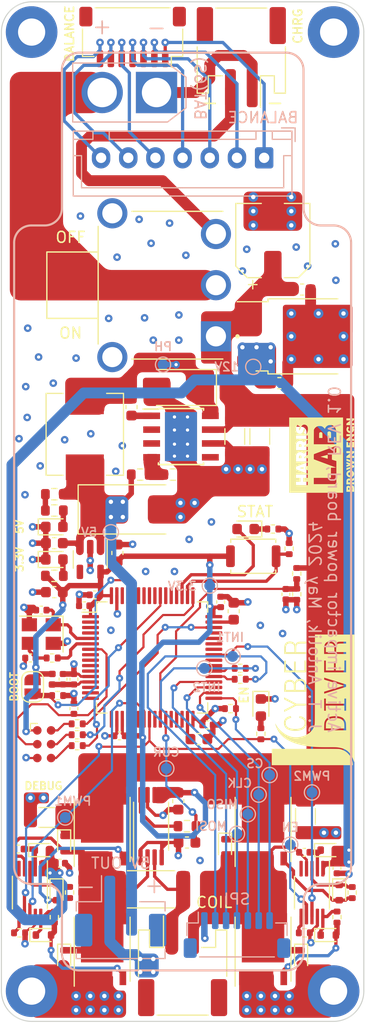
<source format=kicad_pcb>
(kicad_pcb (version 20221018) (generator pcbnew)
  (layers (0 "F.Cu" signal) (1 "In1.Cu" power) (2 "In2.Cu" power) (31 "B.Cu" signal) (34 "B.Paste" user) (35 "F.Paste" user) (36 "B.SilkS" user "B.Silkscreen") (37 "F.SilkS" user "F.Silkscreen") (38 "B.Mask" user) (39 "F.Mask" user) (44 "Edge.Cuts" user))
  (net 0 "")
  (net 1 "+BATT")
  (net 2 "GND")
  (net 3 "Net-(U101-BOOT)")
  (net 4 "Net-(D101-K)")
  (net 5 "+5V")
  (net 6 "/Microcontroller/ADC_VBAT")
  (net 7 "/Microcontroller/ADC_CURRENT")
  (net 8 "+3.3V")
  (net 9 "Net-(U201-VCAP_1)")
  (net 10 "Net-(U201-VCAP_2)")
  (net 11 "+3.3VA")
  (net 12 "/Microcontroller/HSE_IN")
  (net 13 "/Microcontroller/SWD_NRST")
  (net 14 "Net-(C213-Pad1)")
  (net 15 "+12V")
  (net 16 "Net-(D301-K)")
  (net 17 "/H-Bridge/BRIDGE1")
  (net 18 "Net-(D310-K)")
  (net 19 "/H-Bridge/BRIDGE2")
  (net 20 "Net-(D102-A)")
  (net 21 "Net-(D103-A)")
  (net 22 "Net-(D104-A)")
  (net 23 "Net-(D201-K)")
  (net 24 "/Microcontroller/LED_STATUS")
  (net 25 "Net-(D302-K)")
  (net 26 "Net-(D302-A)")
  (net 27 "Net-(D303-K)")
  (net 28 "Net-(D303-A)")
  (net 29 "Net-(D308-K)")
  (net 30 "Net-(D308-A)")
  (net 31 "Net-(D309-K)")
  (net 32 "Net-(D309-A)")
  (net 33 "Net-(J101-Pin_2)")
  (net 34 "Net-(J102-Pin_1)")
  (net 35 "Net-(J102-Pin_2)")
  (net 36 "Net-(J102-Pin_3)")
  (net 37 "Net-(J102-Pin_4)")
  (net 38 "Net-(J102-Pin_5)")
  (net 39 "Net-(J102-Pin_6)")
  (net 40 "Net-(J102-Pin_7)")
  (net 41 "Net-(J105-Pin_2)")
  (net 42 "Net-(J106-Pin_2)")
  (net 43 "Net-(J106-Pin_3)")
  (net 44 "/Microcontroller/MISO")
  (net 45 "/Microcontroller/MOSI")
  (net 46 "/Microcontroller/CLK")
  (net 47 "/Microcontroller/CS")
  (net 48 "Net-(J201-SWDIO)")
  (net 49 "Net-(J201-SWCLK)")
  (net 50 "Net-(J201-SWO)")
  (net 51 "Net-(J301-Pin_1)")
  (net 52 "/Microcontroller/BOOT0")
  (net 53 "/Microcontroller/INT1")
  (net 54 "/Microcontroller/INT2")
  (net 55 "Net-(U101-VSENSE)")
  (net 56 "Net-(R106-Pad2)")
  (net 57 "/H-Bridge/CURRENT")
  (net 58 "/H-Bridge/COIL_EN")
  (net 59 "/Microcontroller/BUTTON")
  (net 60 "/Microcontroller/HSE_OUT")
  (net 61 "/Microcontroller/SWD_SWCLK")
  (net 62 "/Microcontroller/SWD_SWDIO")
  (net 63 "/Microcontroller/SWD_SWO")
  (net 64 "Net-(U302-RDT)")
  (net 65 "Net-(U304-RDT)")
  (net 66 "/H-Bridge/COIL_PWM1")
  (net 67 "/H-Bridge/COIL_PWM2")
  (footprint "Connector_JST:JST_PH_S2B-PH-SM4-TB_1x02-1MP_P2.00mm_Horizontal" (layer "F.Cu") (at 5.4 -41.75 180)
    (fp_text reference "J105" hide)
    (fp_text value "Charge")
  )
  (footprint "Diode_SMD:D_SMA" (layer "F.Cu") (at -0.4 -11.4 180)
    (fp_text reference "D101" hide)
    (fp_text value "B340")
  )
  (footprint "Capacitor_SMD:CP_Elec_6.3x5.8" (layer "F.Cu") (at 8.3 -24.9 90)
    (fp_text reference "C101" hide)
    (fp_text value "100u")
  )
  (footprint "Capacitor_SMD:C_0603_1608Metric" (layer "F.Cu") (at 8.9 -11.8)
    (fp_text reference "C303" hide)
    (fp_text value "100n")
  )
  (footprint "Inductor_SMD:L_Sunlord_MWSA0603S" (layer "F.Cu") (at -9 -7.1 -90)
    (fp_text reference "L101" hide)
    (fp_text value "22u")
  )
  (footprint "Diode_SMD:D_SOD-523" (layer "F.Cu") (at -11.6 35 -90)
    (fp_text reference "D302" hide)
    (fp_text value "1N4148WT")
  )
  (footprint "Connector_JST:JST_SH_SM07B-SRSS-TB_1x07-1MP_P1.00mm_Horizontal" (layer "F.Cu") (at -4.6 -43.6 180)
    (fp_text reference "J104" hide)
    (fp_text value "Balance")
  )
  (footprint "Resistor_SMD:R_0402_1005Metric" (layer "F.Cu") (at 8.3 1.6)
    (fp_text reference "R201" hide)
    (fp_text value "1k")
  )
  (footprint "LED_SMD:LED_0603_1608Metric" (layer "F.Cu") (at -11.8 1.4)
    (fp_text reference "D102" hide)
    (fp_text value "LED_5V")
  )
  (footprint "Connector_JST:JST_PH_S2B-PH-SM4-TB_1x02-1MP_P2.00mm_Horizontal" (layer "F.Cu") (at 0 41.75)
    (fp_text reference "J301" hide)
    (fp_text value "Coil")
  )
  (footprint "Resistor_SMD:R_0402_1005Metric" (layer "F.Cu") (at 4.4 18.1)
    (fp_text reference "R101" hide)
    (fp_text value "47k")
  )
  (footprint "Resistor_SMD:R_0402_1005Metric" (layer "F.Cu") (at -9.7 20.5 180)
    (fp_text reference "R205" hide)
    (fp_text value "22")
  )
  (footprint "Jumper:SolderJumper-2_P1.3mm_Open_RoundedPad1.0x1.5mm" (layer "F.Cu") (at -13.8 16.1 90)
    (fp_text reference "JP201" hide)
    (fp_text value "BOOT0")
  )
  (footprint "Capacitor_SMD:C_0402_1005Metric" (layer "F.Cu") (at -11 15.4 90)
    (fp_text reference "C209" hide)
    (fp_text value "1u")
  )
  (footprint "Resistor_SMD:R_0402_1005Metric" (layer "F.Cu") (at 5.3 14.4 180)
    (fp_text reference "R102" hide)
    (fp_text value "22")
  )
  (footprint "Resistor_SMD:R_0402_1005Metric" (layer "F.Cu") (at -12 13.45 180)
    (fp_text reference "R204" hide)
    (fp_text value "47")
  )
  (footprint "Button_Switch_SMD:SW_Push_SPST_NO_Alps_SKRK" (layer "F.Cu") (at 6.5 4.1 180)
    (fp_text reference "SW201" hide)
    (fp_text value "BUTTON")
  )
  (footprint "Package_QFP:LQFP-64_10x10mm_P0.5mm" (layer "F.Cu") (at -2.8 13.4)
    (fp_text reference "U201" hide)
    (fp_text value "STM32F405RGT6")
  )
  (footprint "Resistor_SMD:R_0603_1608Metric" (layer "F.Cu") (at -11.8 -0.1)
    (fp_text reference "R107" hide)
    (fp_text value "1k")
  )
  (footprint "Resistor_SMD:R_2512_6332Metric" (layer "F.Cu") (at -2.9 34.7)
    (fp_text reference "R302" hide)
    (fp_text value "6m")
  )
  (footprint "ActiveImpactor_Power:SW_500SSP1S1M6QEA" (layer "F.Cu") (at -1.7 -20.8 90)
    (fp_text reference "SW101" hide)
    (fp_text value "SW_SPDT")
  )
  (footprint "Package_SO:PowerPAK_SO-8_Single" (layer "F.Cu") (at 7.4 29.2 90)
    (fp_text reference "Q303" hide)
    (fp_text value "SIR182DP")
  )
  (footprint "Capacitor_SMD:C_1206_3216Metric" (layer "F.Cu") (at 7.1 -6.9 -90)
    (fp_text reference "C102" hide)
    (fp_text value "4.7u")
  )
  (footprint "Capacitor_SMD:C_0402_1005Metric" (layer "F.Cu") (at -5.8 20.6 180)
    (fp_text reference "C208" hide)
    (fp_text value "100n")
  )
  (footprint "Capacitor_SMD:C_0402_1005Metric" (layer "F.Cu") (at -8.07 7.65 180)
    (fp_text reference "C205" hide)
    (fp_text value "100n")
  )
  (footprint "Resistor_SMD:R_0603_1608Metric" (layer "F.Cu") (at 0.4 28.9 180)
    (fp_text reference "R110" hide)
    (fp_text value "1k")
  )
  (footprint "LOGO" (layer "F.Cu") (at 12 17.3 90)
    (fp_text reference "G***" hide)
    (fp_text value "LOGO" hide)
  )
  (footprint "Capacitor_SMD:C_1206_3216Metric" (layer "F.Cu") (at -12.5 28.1 180)
    (fp_text reference "C306" hide)
    (fp_text value "1u")
  )
  (footprint "Capacitor_SMD:C_0603_1608Metric" (layer "F.Cu") (at -4.7 -9.6 90)
    (fp_text reference "C104" hide)
    (fp_text value "10n")
  )
  (footprint "Package_SO:PowerPAK_SO-8_Single" (layer "F.Cu") (at -7.4 29.2 90)
    (fp_text reference "Q301" hide)
    (fp_text value "SIR182DP")
  )
  (footprint "Connector:Tag-Connect_TC2030-IDC-NL_2x03_P1.27mm_Vertical" (layer "F.Cu") (at -12.735 21.37 -90)
    (fp_text reference "J201" hide)
    (fp_text value "TagConnect_TC2030-NL")
  )
  (footprint "Crystal:Crystal_SMD_3225-4Pin_3.2x2.5mm" (layer "F.Cu") (at -13 11.25 180)
    (fp_text reference "Y201" hide)
    (fp_text value "16MHz")
  )
  (footprint "Resistor_SMD:R_0402_1005Metric" (layer "F.Cu") (at -9.7 19.5 180)
    (fp_text reference "R206" hide)
    (fp_text value "22")
  )
  (footprint "Package_TO_SOT_SMD:SOT-23-5" (layer "F.Cu") (at -8.5 4.4 -90)
    (fp_text reference "U102" hide)
    (fp_text value "TLV70033_SOT23-5")
  )
  (footprint "Capacitor_SMD:C_0402_1005Metric" (layer "F.Cu") (at -10 18.1 90)
    (fp_text reference "C212" hide)
    (fp_text value "100n")
  )
  (footprint "Capacitor_SMD:C_0603_1608Metric" (layer "F.Cu") (at 1.5 20.9)
    (fp_text reference "C203" hide)
    (fp_text value "2u2")
  )
  (footprint "Capacitor_SMD:C_0402_1005Metric" (layer "F.Cu") (at -9.05 8.65 180)
    (fp_text reference "C202" hide)
    (fp_text value "100n")
  )
  (footprint "Diode_SMD:D_SOD-523" (layer "F.Cu") (at -12.8 38.9)
    (fp_text reference "D303" hide)
    (fp_text value "1N4148WT")
  )
  (footprint "MountingHole:MountingHole_2.5mm_Pad" (layer "F.Cu") (at -13.8905 -44.053)
    (fp_text reference "H102" hide)
    (fp_text value "#2-56")
  )
  (footprint "Package_TO_SOT_SMD:TO-252-2" (layer "F.Cu") (at 11.165 -16.1)
    (fp_text reference "U301" hide)
    (fp_text value "L7812")
  )
  (footprint "Resistor_SMD:R_0603_1608Metric" (layer "F.Cu") (at -3.9 -3.4)
    (fp_text reference "R104" hide)
    (fp_text value "10k")
  )
  (footprint "MountingHole:MountingHole_2.5mm_Pad" (layer "F.Cu") (at 13.8905 -44.053)
    (fp_text reference "H101" hide)
    (fp_text value "#2-56")
  )
  (footprint "Diode_SMD:D_SOD-523" (layer "F.Cu") (at 13.4 38.9)
    (fp_text reference "D309" hide)
    (fp_text value "1N4148WT")
  )
  (footprint "Diode_SMD:D_SOD-523" (layer "F.Cu") (at -12.9 31.1)
    (fp_text reference "D301" hide)
    (fp_text value "1N5819")
  )
  (footprint "Resistor_SMD:R_0402_1005Metric" (layer "F.Cu") (at 5.3 15.4 180)
    (fp_text reference "R103" hide)
    (fp_text value "22")
  )
  (footprint "Capacitor_SMD:C_0402_1005Metric" (layer "F.Cu") (at -14 13.45 180)
    (fp_text reference "C213" hide)
    (fp_text value "12p")
  )
  (footprint "Diode_SMD:D_SOD-523" (layer "F.Cu") (at 3.9 30.8 -90)
    (fp_text reference "D306" hide)
    (fp_text value "1N5819")
  )
  (footprint "Capacitor_SMD:C_0402_1005Metric" (layer "F.Cu") (at -10 15.4 90)
    (fp_text reference "C210" hide)
    (fp_text value "10n")
  )
  (footprint "Resistor_SMD:R_0603_1608Metric" (layer "F.Cu") (at -11.8 -1.6 180)
    (fp_text reference "R106" hide)
    (fp_text value "1k")
  )
  (footprint "LED_SMD:LED_0603_1608Metric" (layer "F.Cu") (at 5.8 1.6 180)
    (fp_text reference "D201" hide)
    (fp_text value "STAT")
  )
  (footprint "Capacitor_SMD:C_0402_1005Metric" (layer "F.Cu") (at -15.1 31 180)
    (fp_text reference "C304" hide)
    (fp_text value "47n")
  )
  (footprint "Inductor_SMD:L_0402_1005Metric" (layer "F.Cu") (at -12 15.4 -90)
    (fp_text reference "L201" hide)
    (fp_text value "39n")
  )
  (footprint "Diode_SMD:D_SOD-523" (layer "F.Cu") (at 10.9 41 -90)
    (fp_text reference "D307" hide)
    (fp_text value "1N5819")
  )
  (footprint "Capacitor_SMD:C_0603_1608Metric" (layer "F.Cu") (at 4.7 9.15 90)
    (fp_text reference "C204" hide)
    (fp_text value "2u2")
  )
  (footprint "Capacitor_SMD:C_0603_1608Metric" (layer "F.Cu") (at -6 3.8 90)
    (fp_text reference "C109" hide)
    (fp_text value "4u7")
  )
  (footprint "Package_SO:TI_SO-PowerPAD-8_ThermalVias" (layer "F.Cu") (at -0.15 -6.895)
    (fp_text reference "U101" hide)
    (fp_text value "TPS5430DDA")
  )
  (footprint "Diode_SMD:D_SOD-523" (layer "F.Cu") (at 14.4 35 -90)
    (fp_text reference "D308" hide)
    (fp_text value "1N4148WT")
  )
  (footprint "Resistor_SMD:R_0603_1608Metric" (layer "F.Cu") (at -0.9 -3.4)
    (fp_text reference "R105" hide)
    (fp_text value "3.24k")
  )
  (footprint "Capacitor_SMD:C_0603_1608Metric" (layer "F.Cu") (at 0.4 30.4 180)
    (fp_text reference "C107" hide)
    (fp_text value "4.7n")
  )
  (footprint "LOGO" (layer "F.Cu") (at 12.8 -5.2 90)
    (fp_text reference "G***" hide)
    (fp_text value "LOGO" hide)
  )
  (footprint "Capacitor_SMD:C_0402_1005Metric" (layer "F.Cu") (at 14.2 32.75 -90)
    (fp_text reference "C309" hide)
    (fp_text value "470n")
  )
  (footprint "Capacitor_SMD:C_0603_1608Metric" (layer "F.Cu") (at -11.8 7.4 180)
    (fp_text reference "C201" hide)
    (fp_text value "10u")
  )
  (footprint "Resistor_SMD:R_0603_1608Metric" (layer "F.Cu") (at -11.8 5.9)
    (fp_text reference "R112" hide)
    (fp_text value "1k")
  )
  (footprint "LED_SMD:LED_0603_1608Metric" (layer "F.Cu") (at -11.8 4.4)
    (fp_text reference "D104" hide)
    (fp_text value "LED_3.3V")
  )
  (footprint "Package_SO:TSSOP-8_4.4x3mm_P0.65mm" (layer "F.Cu") (at -2.9 28.9 90)
    (fp_text reference "U303" hide)
    (fp_text value "INA240A2PWR")
  )
  (footprint "Resistor_SMD:R_0402_1005Metric" (layer "F.Cu") (at -10.4 34.99 -90)
    (fp_text reference "R303" hide)
    (fp_text value "10")
  )
  (footprint "MountingHole:MountingHole_2.5mm_Pad" (layer "F.Cu") (at 13.8905 44.053)
    (fp_text reference "H104" hide)
    (fp_text value "#2-56")
  )
  (footprint "Resistor_SMD:R_0402_1005Metric" (layer "F.Cu") (at 9.8 3.4 90)
    (fp_text reference "R202" hide)
    (fp_text value "10k")
  )
  (footprint "Capacitor_SMD:C_0603_1608Metric" (layer "F.Cu") (at -0.4 26.6 -90)
    (fp_text reference "C305" hide)
    (fp_text value "100n")
  )
  (footprint "Resistor_SMD:R_0402_1005Metric" (layer "F.Cu") (at 11.2 38.7 180)
    (fp_text reference "R307" hide)
    (fp_text value "20k")
  )
  (footprint "MountingHole:MountingHole_2.5mm_Pad" (layer "F.Cu") (at -13.8905 44.053)
    (fp_text reference "H103" hide)
    (fp_text value "#2-56")
  )
  (footprint "Capacitor_SMD:C_0603_1608Metric" (layer "F.Cu") (at 11 -20.4)
    (fp_text reference "C301" hide)
    (fp_text value "330n")
  )
  (footprint "LED_SMD:LED_0603_1608Metric" (layer "F.Cu") (at 7.2 18 -90)
    (fp_text reference "D103" hide)
    (fp_text value "LED_EN")
  )
  (footprint "Resistor_SMD:R_0402_1005Metric" (layer "F.Cu") (at 10.5 7.59 90)
    (fp_text reference "R109" hide)
    (fp_text value "1k")
  )
  (footprint "Diode_SMD:D_SOD-523" (layer "F.Cu") (at 13.4 31.1)
    (fp_text reference "D310" hide)
    (fp_text value "1N5819")
  )
  (footprint "Package_SO:PowerPAK_SO-8_Single" (layer "F.Cu") (at 7.4 40.2 90)
    (fp_text reference "Q304" hide)
    (fp_text value "SIR182DP")
  )
  (footprint "Capacitor_SMD:C_0402_1005Metric" (layer "F.Cu") (at 3.5 8.3 90)
    (fp_text reference "C206" hide)
    (fp_text value "100n")
  )
  (footprint "Capacitor_Tantalum_SMD:CP_EIA-7343-40_Kemet-Y" (layer "F.Cu") (at -5.2 -0.2)
    (fp_text reference "C105" hide)
    (fp_text value "220u")
  )
  (footprint "Capacitor_SMD:C_0402_1005Metric" (layer "F.Cu") (at -11.3 32.3)
    (fp_text reference "C302" hide)
    (fp_text value "470n")
  )
  (footprint "Capacitor_SMD:C_0402_1005Metric" (layer "F.Cu") (at 11.2 31.3 180)
    (fp_text reference "C308" hide)
    (fp_text value "47n")
  )
  (footprint "Resistor_SMD:R_0402_1005Metric" (layer "F.Cu") (at 7.2 20.41 90)
    (fp_text reference "R111" hide)
    (fp_text value "1k")
  )
  (footprint "Capacitor_SMD:C_1206_3216Metric" (layer "F.Cu") (at 11.3 28 -90)
    (fp_text reference "C307" hide)
    (fp_text value "1u")
  )
  (footprint "Resistor_SMD:R_0402_1005Metric" (layer "F.Cu") (at -11.8 37.26 -90)
    (fp_text reference "R304" hide)
    (fp_text value "10")
  )
  (footprint "Package_SO:VSSOP-10_3x3mm_P0.5mm" (layer "F.Cu") (at -14.05 35 -90)
    (fp_text reference "U302" hide)
    (fp_text value "LM5106")
  )
  (footprint "Resistor_SMD:R_0402_1005Metric" (layer "F.Cu") (at 10.5 5.69 90)
    (fp_text reference "R108" hide)
    (fp_text value "7k5")
  )
  (footprint "Resistor_SMD:R_0402_1005Metric" (layer "F.Cu") (at -9.7 21.5 180)
    (fp_text reference "R207" hide)
    (fp_text value "22")
  )
  (footprint "Package_SO:PowerPAK_SO-8_Single" (layer "F.Cu") (at -7.4 40.2 90)
    (fp_text reference "Q302" hide)
    (fp_text value "SIR182DP")
  )
  (footprint "Package_SO:VSSOP-10_3x3mm_P0.5mm" (layer "F.Cu") (at 11.9 35 -90)
    (fp_text reference "U304" hide)
    (fp_text value "LM5106")
  )
  (footprint "Resistor_SMD:R_0402_1005Metric" (layer "F.Cu") (at -11.5 16.9)
    (fp_text reference "R203" hide)
    (fp_text value "10k")
  )
  (footprint "Capacitor_SMD:C_0402_1005Metric" (layer "F.Cu") (at 2.3 19.6)
    (fp_text reference "C207" hide)
    (fp_text value "100n")
  )
  (footprint "Capacitor_SMD:C_1206_3216Metric" (layer "F.Cu") (at 4.8 -6.9 -90)
    (fp_text reference "C103" hide)
    (fp_text value "4.7u")
  )
  (footprint "Resistor_SMD:R_0402_1005Metric" (layer "F.Cu") (at 15.6 35 -90)
    (fp_text reference "R305" hide)
    (fp_text value "10")
  )
  (footprint "Diode_SMD:D_SOD-523" (layer "F.Cu") (at -10.9 30.5 -90)
    (fp_text reference "D304" hide)
    (fp_text value "1N5819")
  )
  (footprint "Capacitor_SMD:C_0402_1005Metric" (layer "F.Cu") (at -13 9.05 180)
    (fp_text reference "C211" hide)
    (fp_text value "12p")
  )
  (footprint "Capacitor_SMD:C_0402_1005Metric" (layer "F.Cu") (at 9.5 7.59 -90)
    (fp_text reference "C106" hide)
    (fp_text value "10n")
  )
  (footprint "Resistor_SMD:R_0402_1005Metric" (layer "F.Cu") (at 14.2 37.25 -90)
    (fp_text reference "R306" hide)
    (fp_text value "10")
  )
  (footprint "Diode_SMD:D_SOD-523" (layer "F.Cu") (at -10.9 41 -90)
    (fp_text reference "D305" hide)
    (fp_text value "1N5819")
  )
  (footprint "Capacitor_SMD:C_0603_1608Metric" (layer "F.Cu") (at -11.8 2.9 180)
    (fp_text reference "C108" hide)
    (fp_text value "4u7")
  )
  (footprint "Resistor_SMD:R_0402_1005Metric" (layer "F.Cu") (at -15 38.7 180)
    (fp_text reference "R301" hide)
    (fp_text value "20k")
  )
  (footprint "TestPoint:TestPoint_Pad_D1.0mm" (layer "B.Cu") (at -6.6 1.9 180)
    (fp_text reference "TP112" hide)
    (fp_text value "+5V")
  )
  (footprint "Connector_AMASS:AMASS_XT30U-M_1x02_P5.0mm_Vertical" (layer "B.Cu") (at -2.4 -38.5 180)
    (fp_text reference "J101" hide)
    (fp_text value "Battery")
  )
  (footprint "TestPoint:TestPoint_Pad_D1.0mm" (layer "B.Cu") (at 5 29.6 180)
    (fp_text reference "TP103" hide)
    (fp_text value "MOSI")
  )
  (footprint "TestPoint:TestPoint_Pad_D1.0mm" (layer "B.Cu") (at 7 26 180)
    (fp_text reference "TP105" hide)
    (fp_text value "CLK")
  )
  (footprint "TestPoint:TestPoint_Pad_D1.0mm" (layer "B.Cu") (at 9.9 30.6 180)
    (fp_text reference "TP108" hide)
    (fp_text value "EN")
  )
  (footprint "TestPoint:TestPoint_Pad_D1.0mm" (layer "B.Cu") (at -10.8 28.1 180)
    (fp_text reference "TP109" hide)
    (fp_text value "PWM1")
  )
  (footprint "Connector_JST:JST_PH_B2B-PH-SM4-TB_1x02-1MP_P2.00mm_Vertical" (layer "B.Cu") (at -5.7 36.7)
    (fp_text reference "J103" hide)
    (fp_text value "Control board power")
  )
  (footprint "Connector_JST:JST_SH_BM07B-SRSS-TB_1x07-1MP_P1.00mm_Vertical" (layer "B.Cu") (at 5 38.9)
    (fp_text reference "J106" hide)
    (fp_text value "SPI")
  )
  (footprint "Connector_JST:JST_XH_B7B-XH-A_1x07_P2.50mm_Vertical" (layer "B.Cu") (at 7.5 -32.5 180)
    (fp_text reference "J102" hide)
    (fp_text value "Balance")
  )
  (footprint "TestPoint:TestPoint_Pad_D1.0mm" (layer "B.Cu") (at 4.6 13.3 180)
    (fp_text reference "TP101" hide)
    (fp_text value "INT1")
  )
  (footprint "TestPoint:TestPoint_Pad_D1.0mm" (layer "B.Cu") (at 2 14.4 180)
    (fp_text reference "TP102" hide)
    (fp_text value "INT2")
  )
  (footprint "TestPoint:TestPoint_Pad_D1.0mm" (layer "B.Cu") (at 2.5 6.8 180)
    (fp_text reference "TP113" hide)
    (fp_text value "+3.3V")
  )
  (footprint "TestPoint:TestPoint_Pad_D1.0mm" (layer "B.Cu") (at 8 24.2 180)
    (fp_text reference "TP106" hide)
    (fp_text value "CS")
  )
  (footprint "TestPoint:TestPoint_Pad_D1.0mm" (layer "B.Cu") (at 6.5 -13.3 180)
    (fp_text reference "TP301" hide)
    (fp_text value "+12V")
  )
  (footprint "TestPoint:TestPoint_Pad_D1.0mm" (layer "B.Cu") (at 11.9 25.8 180)
    (fp_text reference "TP110" hide)
    (fp_text value "PWM2")
  )
  (footprint "TestPoint:TestPoint_Pad_D1.0mm" (layer "B.Cu") (at -1.8 -13.5 180)
    (fp_text reference "TP107" hide)
    (fp_text value "PH")
  )
  (footprint "TestPoint:TestPoint_Pad_D1.0mm" (layer "B.Cu") (at 6 27.8 180)
    (fp_text reference "TP104" hide)
    (fp_text value "MISO")
  )
  (footprint "TestPoint:TestPoint_Pad_D1.0mm" (layer "B.Cu") (at -1.5 23.6 180)
    (fp_text reference "TP111" hide)
    (fp_text value "CUR")
  )
  (gr_arc (start 12.709375 -26.288125) (mid 11.586843 -26.753093) (end 11.121875 -27.875625) (stroke (width 0.2)) (layer "B.SilkS"))
  (gr_arc (start 11.121875 35.799375) (mid 11.586843 34.676843) (end 12.709375 34.211875) (stroke (width 0.2)) (layer "B.SilkS"))
  (gr_arc (start 9.534375 -42.163125) (mid 10.656907 -41.698157) (end 11.121875 -40.575625) (stroke (width 0.2)) (layer "B.SilkS"))
  (gr_arc (start -12.690625 34.211875) (mid -11.568093 34.676843) (end -11.103125 35.799375) (stroke (width 0.2)) (layer "B.SilkS"))
  (gr_line (start -9.515625 -42.163125) (end 9.534375 -42.163125) (stroke (width 0.2)) (layer "B.SilkS"))
  (gr_line (start 13.9125 34.211875) (end 12.709375 34.211875) (stroke (width 0.2)) (layer "B.SilkS"))
  (gr_arc (start -13.9125 34.211875) (mid -15.035032 33.746907) (end -15.5 32.624375) (stroke (width 0.2)) (layer "B.SilkS"))
  (gr_line (start 12.709375 -26.288125) (end 13.9125 -26.288125) (stroke (width 0.2)) (layer "B.SilkS"))
  (gr_line (start 9.534375 42.149375) (end -9.515625 42.149375) (stroke (width 0.2)) (layer "B.SilkS"))
  (gr_arc (start -11.103125 -40.575625) (mid -10.638157 -41.698157) (end -9.515625 -42.163125) (stroke (width 0.2)) (layer "B.SilkS"))
  (gr_line (start -15.5 32.624375) (end -15.5 -24.700625) (stroke (width 0.2)) (layer "B.SilkS"))
  (gr_line (start -11.103125 -27.875625) (end -11.103125 -40.575625) (stroke (width 0.2)) (layer "B.SilkS"))
  (gr_arc (start -9.515625 42.149375) (mid -10.638157 41.684407) (end -11.103125 40.561875) (stroke (width 0.2)) (layer "B.SilkS"))
  (gr_arc (start -15.5 -24.700625) (mid -15.035032 -25.823157) (end -13.9125 -26.288125) (stroke (width 0.2)) (layer "B.SilkS"))
  (gr_line (start 15.5 -24.700625) (end 15.5 32.624375) (stroke (width 0.2)) (layer "B.SilkS"))
  (gr_line (start 11.121875 -40.575625) (end 11.121875 -27.875625) (stroke (width 0.2)) (layer "B.SilkS"))
  (gr_arc (start 15.5 32.624375) (mid 15.035031 33.746906) (end 13.9125 34.211875) (stroke (width 0.2)) (layer "B.SilkS"))
  (gr_line (start -13.9125 -26.288125) (end -12.690625 -26.288125) (stroke (width 0.2)) (layer "B.SilkS"))
  (gr_arc (start 11.121875 40.561875) (mid 10.656907 41.684407) (end 9.534375 42.149375) (stroke (width 0.2)) (layer "B.SilkS"))
  (gr_line (start -12.690625 34.211875) (end -13.9125 34.211875) (stroke (width 0.2)) (layer "B.SilkS"))
  (gr_arc (start 13.9125 -26.288125) (mid 15.035057 -25.823167) (end 15.5 -24.700625) (stroke (width 0.2)) (layer "B.SilkS"))
  (gr_line (start -11.103125 40.561875) (end -11.103125 35.799375) (stroke (width 0.2)) (layer "B.SilkS"))
  (gr_arc (start -11.103125 -27.875625) (mid -11.568093 -26.753093) (end -12.690625 -26.288125) (stroke (width 0.2)) (layer "B.SilkS"))
  (gr_line (start 11.121875 35.799375) (end 11.121875 40.561875) (stroke (width 0.2)) (layer "B.SilkS"))
  (gr_line (start 2.45 -38) (end 2.45 -37) (stroke (width 0.15)) (layer "F.SilkS"))
  (gr_line (start 9 -37.5) (end 8 -37.5) (stroke (width 0.15)) (layer "F.SilkS"))
  (gr_line (start 3 -37.5) (end 1.9 -37.5) (stroke (width 0.15)) (layer "F.SilkS"))
  (gr_arc (start 16.669 44.053) (mid 15.855196 46.017696) (end 13.8905 46.8315) (stroke (width 0.1)) (layer "Edge.Cuts"))
  (gr_line (start -16.669 -44.053) (end -16.669 44.053) (stroke (width 0.1)) (layer "Edge.Cuts"))
  (gr_arc (start 13.8905 -46.8315) (mid 15.855196 -46.017696) (end 16.669 -44.053) (stroke (width 0.1)) (layer "Edge.Cuts"))
  (gr_line (start -13.8905 46.8315) (end 13.8905 46.8315) (stroke (width 0.1)) (layer "Edge.Cuts"))
  (gr_line (start -13.8905 -46.8315) (end 13.8905 -46.8315) (stroke (width 0.1)) (layer "Edge.Cuts"))
  (gr_line (start 16.669 -44.053) (end 16.669 44.053) (stroke (width 0.1)) (layer "Edge.Cuts"))
  (gr_arc (start -13.8905 46.8315) (mid -15.855196 46.017696) (end -16.669 44.053) (stroke (width 0.1)) (layer "Edge.Cuts"))
  (gr_arc (start -16.669 -44.053) (mid -15.855196 -46.017696) (end -13.8905 -46.8315) (stroke (width 0.1)) (layer "Edge.Cuts"))
  (gr_text "CS" (at 6.65 23.15) (layer "B.SilkS") (effects (font (size 0.8 0.8)) (justify mirror)))
  (gr_text "PWM1" (at -10.1 26.6) (layer "B.SilkS") (effects (font (size 0.8 0.8)) (justify mirror)))
  (gr_text "PH" (at -1.8 -15.15) (layer "B.SilkS") (effects (font (size 0.8 0.8)) (justify mirror)))
  (gr_text "Active impactor power board, REV 1.0\nJ. T. Antolik, May 2024" (at 11.5 20.4 270) (layer "B.SilkS") (effects (font (size 1.1 1.1)) (justify left bottom mirror)))
  (gr_text "5V OUT" (at -5.7 32.3) (layer "B.SilkS") (effects (font (size 1 1)) (justify mirror)))
  (gr_text "MISO" (at 3.65 26.9) (layer "B.SilkS") (effects (font (size 0.8 0.8)) (justify mirror)))
  (gr_text "CLK" (at 5.25 24.95) (layer "B.SilkS") (effects (font (size 0.8 0.8)) (justify mirror)))
  (gr_text "INT1" (at 4.35 11.55) (layer "B.SilkS") (effects (font (size 0.8 0.8)) (justify mirror)))
  (gr_text "MOSI" (at 2.6 28.9) (layer "B.SilkS") (effects (font (size 0.8 0.8)) (justify mirror)))
  (gr_text "INT2" (at 2.2 16.15) (layer "B.SilkS") (effects (font (size 0.8 0.8)) (justify mirror)))
  (gr_text "BALANCE" (at 7.4 -36.2) (layer "B.SilkS") (effects (font (size 1 1)) (justify mirror)))
  (gr_text "5V" (at -8.6 1.9) (layer "B.SilkS") (effects (font (size 0.8 0.8)) (justify mirror)))
  (gr_text "3.3V" (at -0.05 6.85) (layer "B.SilkS") (effects (font (size 0.8 0.8)) (justify mirror)))
  (gr_text "EN" (at 9.9 29) (layer "B.SilkS") (effects (font (size 0.8 0.8)) (justify mirror)))
  (gr_text "SPI" (at 5 35.6) (layer "B.SilkS") (effects (font (size 1 1)) (justify mirror)))
  (gr_text "PWM2" (at 11.9 24.3) (layer "B.SilkS") (effects (font (size 0.8 0.8)) (justify mirror)))
  (gr_text "CUR" (at -1.5 22.1) (layer "B.SilkS") (effects (font (size 0.8 0.8)) (justify mirror)))
  (gr_text "12V" (at 4.05 -13.3) (layer "B.SilkS") (effects (font (size 0.8 0.8)) (justify mirror)))
  (gr_text "BAT(6S)" (at 1.6 -38.9 270) (layer "B.SilkS") (effects (font (size 1 1)) (justify mirror)))
  (gr_text "EN" (at 5.65 16.85 90) (layer "F.SilkS") (effects (font (size 0.8 0.8))))
  (gr_text "5V" (at -15 1.4 90) (layer "F.SilkS") (effects (font (size 0.7 0.7))))
  (gr_text "CHRG" (at 10.6 -44.6 90) (layer "F.SilkS") (effects (font (size 0.8 0.8))))
  (gr_text "STAT" (at 6.65 0) (layer "F.SilkS") (effects (font (size 1 1))))
  (gr_text "DEBUG" (at -12.8 25.2) (layer "F.SilkS") (effects (font (size 0.7 0.7))))
  (gr_text "ON" (at -10.3 -16.4) (layer "F.SilkS") (effects (font (size 1 1))))
  (gr_text "COIL" (at 2.9 35.9) (layer "F.SilkS") (effects (font (size 1 1))))
  (gr_text "BALANCE" (at -10.4 -43.9 90) (layer "F.SilkS") (effects (font (size 0.8 0.8))))
  (gr_text "BOOT" (at -15.5 16.1 90) (layer "F.SilkS") (effects (font (size 0.7 0.7))))
  (gr_text "3.3V" (at -15 4.4 90) (layer "F.SilkS") (effects (font (size 0.7 0.7))))
  (gr_text "OFF" (at -10.3 -25.2) (layer "F.SilkS") (effects (font (size 1 1))))
  (segment (start 3.9 30.1) (end 5.81 30.1) (width 0.6) (layer "F.Cu") (net 1))
  (segment (start 5.81 30.1) (end 7.4 28.51) (width 0.5) (layer "F.Cu") (net 1))
  (segment (start 2.55 -7.53) (end 3.955 -7.53) (width 0.6) (layer "F.Cu") (net 1))
  (segment (start 3.955 -7.53) (end 4.8 -8.375) (width 0.6) (layer "F.Cu") (net 1))
  (segment (start -8.99 30.1) (end -7.4 28.51) (width 0.5) (layer "F.Cu") (net 1))
  (segment (start 10.5 5.18) (end 11.79 5.18) (width 0.5) (layer "F.Cu") (net 1))
  (segment (start 9.8 2) (end 9.4 1.6) (width 0.5) (layer "F.Cu") (net 2))
  (segment (start 6.4 -41.1) (end 5.6 -41.9) (width 1) (layer "F.Cu") (net 2))
  (segment (start 8.4875 17.2125) (end 8.5 17.2) (width 0.5) (layer "F.Cu") (net 2))
  (segment (start -0.4 27.375) (end -1.275 27.375) (width 0.5) (layer "F.Cu") (net 2))
  (segment (start 5.6 -41.9) (end 3.3 -41.9) (width 1) (layer "F.Cu") (net 2))
  (segment (start 11.775 -20.4) (end 11.775 -18.65) (width 1) (layer "F.Cu") (net 2))
  (segment (start -9.35 15.15) (end -9.58 14.92) (width 0.25) (layer "F.Cu") (net 2))
  (segment (start -14.1 9.3) (end -14.6 8.8) (width 0.5) (layer "F.Cu") (net 2))
  (segment (start -12.5875 1.4) (end -12.5875 4.4) (width 0.5) (layer "F.Cu") (net 2))
  (segment (start -1.4 30.4) (end -0.375 30.4) (width 0.3) (layer "F.Cu") (net 2))
  (segment (start -14.48 14.0305) (end -14.48 13.45) (width 0.3) (layer "F.Cu") (net 2))
  (segment (start -10 17.62) (end -10 16.7095) (width 0.5) (layer "F.Cu") (net 2))
  (segment (start -1.925 30.925) (end -1.4 30.4) (width 0.3) (layer "F.Cu") (net 2))
  (segment (start -13.55 37.95533) (end -13.89467 38.3) (width 0.2) (layer "F.Cu") (net 2))
  (segment (start -13.55 37.2) (end -13.55 37.95533) (width 0.2) (layer "F.Cu") (net 2))
  (segment (start -13.73 8.8) (end -13.48 9.05) (width 0.5) (layer "F.Cu") (net 2))
  (segment (start -13.89467 38.3) (end -14.09 38.3) (width 0.2) (layer "F.Cu") (net 2))
  (segment (start 12.5 -18.2) (end 11.775 -18.65) (width 1) (layer "F.Cu") (net 2))
  (segment (start -8.5 4.5) (end -8.5 5.4) (width 0.5) (layer "F.Cu") (net 2))
  (segment (start -6.05 19.075) (end -6.05 20.37) (width 0.3) (layer "F.Cu") (net 2))
  (segment (start 11.726041 38.7) (end 11.71 38.7) (width 0.3) (layer "F.Cu") (net 2))
  (segment (start -13.48 9.05) (end -13.85 9.05) (width 0.5) (layer "F.Cu") (net 2))
  (segment (start 2.78 19.6) (end 2.78 20.395) (width 0.5) (layer "F.Cu") (net 2))
  (segment (start -10.1905 16.9) (end -10 16.7095) (width 0.5) (layer "F.Cu") (net 2))
  (segment (start 12.4 38.026041) (end 11.726041 38.7) (width 0.3) (layer "F.Cu") (net 2))
  (segment (start 11.71 39.51) (end 11.71 38.7) (width 0.3) (layer "F.Cu") (net 2))
  (segment (start 9.8 2) (end 9.8 2.89) (width 0.5) (layer "F.Cu") (net 2))
  (segment (start -8.5 3.2625) (end -8.5 4.5) (width 0.5) (layer "F.Cu") (net 2))
  (segment (start -6.05 20.37) (end -6.28 20.6) (width 0.3) (layer "F.Cu") (net 2))
  (segment (start -11 14.92) (end -10 14.92) (width 0.5) (layer "F.Cu") (net 2))
  (segment (start -1.275 27.375) (end -1.8 27.9) (width 0.5) (layer "F.Cu") (net 2))
  (segment (start 9.5 8.07) (end 9.53 8.1) (width 0.5) (layer "F.Cu") (net 2))
  (segment (start 10.5 8.1) (end 10.5 9) (width 0.5) (layer "F.Cu") (net 2))
  (segment (start 10 -18.2) (end 10.75 -17.625) (width 1) (layer "F.Cu") (net 2))
  (segment (start -0.375 30.4) (end -0.375 31.575) (width 0.5) (layer "F.Cu") (net 2))
  (segment (start 3.3 -41.9) (end 2.5 -41.1) (width 1) (layer "F.Cu") (net 2))
  (segment (start 9.675 -11.8) (end 9.675 -13.675) (width 1) (layer "F.Cu") (net 2))
  (segment (start 9.53 8.1) (end 10.5 8.1) (width 0.5) (layer "F.Cu") (net 2))
  (segment (start -12.5875 1.4) (end -13.8 1.4) (width 0.5) (layer "F.Cu") (net 2))
  (segment (start 11.8 39.6) (end 11.71 39.51) (width 0.3) (layer "F.Cu") (net 2))
  (segment (start -3.236396 30.4) (end -2 30.4) (width 0.3) (layer "F.Cu") (net 2))
  (segment (start -14.36 22.64) (end -14.4 22.6) (width 0.2) (layer "F.Cu") (net 2))
  (segment (start -14.09 38.3) (end -14.49 38.7) (width 0.2) (layer "F.Cu") (net 2))
  (segment (start -6 3.025) (end -4.625 3.025) (width 0.5) (layer "F.Cu") (net 2))
  (segment (start 6.4 -38.9) (end 6.4 -41.1) (width 1) (layer "F.Cu") (net 2))
  (segment (start -8.55 7.65) (end -9.45 7.65) (width 0.5) (layer "F.Cu") (net 2))
  (segment (start -6.28 20.6) (end -7.1495 20.6) (width 0.3) (layer "F.Cu") (net 2))
  (segment (start -10.8 12.1) (end -10.6 11.9) (width 0.5) (layer "F.Cu") (net 2))
  (segment (start -6.05 7.725) (end -6.05 9.35) (width 0.3) (layer "F.Cu") (net 2))
  (segment (start -2.5 27.9) (end -1.8 27.9) (width 0.3) (layer "F.Cu") (net 2))
  (segment (start 2.78 20.395) (end 2.275 20.9) (width 0.5) (layer "F.Cu") (net 2))
  (segment (start -3.225 26.0375) (end -3.225 27.175) (width 0.3) (layer "F.Cu") (net 2))
  (segment (start -3.875 31.7625) (end -3.875 31.038604) (width 0.3) (layer "F.Cu") (net 2))
  (segment (start -2 30.4) (end -1.4 30.4) (width 0.3) (layer "F.Cu") (net 2))
  (segment (start 3.5 7.82) (end 4.145 7.82) (width 0.5) (layer "F.Cu") (net 2))
  (segment (start 9.4 1.6) (end 8.81 1.6) (width 0.5) (layer "F.Cu") (net 2))
  (segment (start -12.575 7.4) (end -13.8 7.4) (width 0.5) (layer "F.Cu") (net 2))
  (segment (start 6 8.3) (end 5.925 8.375) (width 0.5) (layer "F.Cu") (net 2))
  (segment (start 3.709266 19.190734) (end 3.3 19.6) (width 0.5) (layer "F.Cu") (net 2))
  (segment (start -11.9 12.1) (end -10.8 12.1) (width 0.5) (layer "F.Cu") (net 2))
  (segment (start 2.55 -6.26) (end 3.965 -6.26) (width 0.6) (layer "F.Cu") (net 2))
  (segment (start 1.2 -38.5) (end -2.4 -38.5) (width 1) (layer "F.Cu") (net 2))
  (segment (start -6.05 9.35) (end -6 9.4) (width 0.3) (layer "F.Cu") (net 2))
  (segment (start -9.53 7.63) (end -9.5 7.6) (width 0.5) (layer "F.Cu") (net 2))
  (segment (start -1.925 30.475) (end -2 30.4) (width 0.3) (layer "F.Cu") (net 2))
  (segment (start 4.145 7.82) (end 4.7 8.375) (width 0.5) (layer "F.Cu") (net 2))
  (segment (start -10.82 32.3) (end -10.4 32.72) (width 0.5) (layer "F.Cu") (net 2))
  (segment (start -9.45 7.65) (end -9.5 7.6) (width 0.5) (layer "F.Cu") (net 2))
  (segment (start -3.875 31.038604) (end -3.236396 30.4) (width 0.3) (layer "F.Cu") (net 2))
  (segment (start -3.225 27.175) (end -2.5 27.9) (width 0.3) (layer "F.Cu") (net 2))
  (segment (start 14.2 33.23) (end 15.23 33.23) (width 0.5) (layer "F.Cu") (net 2))
  (segment (start -10.4 32.72) (end -10.4 33.2) (width 0.5) (layer "F.Cu") (net 2))
  (segment (start -10.99 16.9) (end -10.1905 16.9) (width 0.5) (layer "F.Cu") (net 2))
  (segment (start -14.49 38.7) (end -14.49 39.69) (width 0.5) (layer "F.Cu") (net 2))
  (segment (start -14.6 8.8) (end -13.73 8.8) (width 0.5) (layer "F.Cu") (net 2))
  (segment (start 7.2 17.2125) (end 8.4875 17.2125) (width 0.5) (layer "F.Cu") (net 2))
  (segment (start -1.925 31.7625) (end -1.925 30.475) (width 0.3) (layer "F.Cu") (net 2))
  (segment (start -4.625 3.025) (end -4.6 3) (width 0.5) (layer "F.Cu") (net 2))
  (segment (start -12.575 2.9) (end -13.8 2.9) (width 0.5) (layer "F.Cu") (net 2))
  (segment (start 2.5 -39.8) (end 1.2 -38.5) (width 1) (layer "F.Cu") (net 2))
  (segment (start 9.5 8.07) (end 9.5 9) (width 0.5) (layer "F.Cu") (net 2))
  (segment (start -14.1 9.3) (end -14.1 10.4) (width 0.5) (layer "F.Cu") (net 2))
  (segment (start 3.965 -6.26) (end 4.8 -5.425) (width 0.6) (layer "F.Cu") (net 2))
  (segment (start -1.925 31.7625) (end -1.925 30.925) (width 0.3) (layer "F.Cu") (net 2))
  (segment (start -8.475 15.15) (end -9.35 15.15) (width 0.25) (layer "F.Cu") (net 2))
  (segment (start 9.675 -13.675) (end 10 -14) (width 1) (layer "F.Cu") (net 2))
  (segment (start -14.49 39.69) (end -14.5 39.7) (width 0.5) (layer "F.Cu") (net 2))
  (segment (start 5.925 8.375) (end 4.7 8.375) (width 0.5) (layer "F.Cu") (net 2))
  (segment (start -10 14.92) (end -10 14) (width 0.5) (layer "F.Cu") (net 2))
  (segment (start -9.53 8.65) (end -9.53 7.63) (width 0.5) (layer "F.Cu") (net 2))
  (segment (start 3.3 19.6) (end 2.78 19.6) (width 0.5) (layer "F.Cu") (net 2))
  (segment (start 2.5 -41.1) (end 2.5 -39.8) (width 1) (layer "F.Cu") (net 2))
  (segment (start -12.5875 4.4) (end -13.8 4.4) (width 0.5) (layer "F.Cu") (net 2))
  (segment (start -9.58 14.92) (end -10 14.92) (width 0.25) (layer "F.Cu") (net 2))
  (segment (start 15.23 33.23) (end 15.3 33.3) (width 0.5) (layer "F.Cu") (net 2))
  (segment (start -0.375 31.575) (end -0.4 31.6) (width 0.5) (layer "F.Cu") (net 2))
  (segment (start 12.4 37.2) (end 12.4 38.026041) (width 0.3) (layer "F.Cu") (net 2))
  (segment (start -14.6495 14.2) (end -14.48 14.0305) (width 0.3) (layer "F.Cu") (net 2))
  (segment (start -13.37 22.64) (end -14.36 22.64) (width 0.2) (layer "F.Cu") (net 2))
  (segment (start -13.85 9.05) (end -14.1 9.3) (width 0.5) (layer "F.Cu") (net 2))
  (via (at -0.4 31.6) (size 0.7) (drill 0.3) (layers "F.Cu" "B.Cu") (net 2))
  (via (at -7.2 45.8) (size 0.9) (drill 0.4) (layers "F.Cu" "B.Cu") (net 2))
  (via (at -2.9 -24.65) (size 0.7) (drill 0.3) (layers "F.Cu" "B.Cu") (net 2))
  (via (at 5.9 44.5) (size 0.9) (drill 0.4) (layers "F.Cu" "B.Cu") (net 2))
  (via (at 14.1 29.5) (size 0.9) (drill 0.4) (layers "F.Cu" "B.Cu") (net 2))
  (via (at 11.8 39.6) (size 0.7) (drill 0.3) (layers "F.Cu" "B.Cu") (net 2))
  (via (at -15.05 -6.7) (size 0.7) (drill 0.3) (layers "F.Cu" "B.Cu") (net 2))
  (via (at 0.6 2.55) (size 0.7) (drill 0.3) (layers "F.Cu" "B.Cu") (net 2))
  (via (at -6 9.4) (size 0.7) (drill 0.3) (layers "F.Cu" "B.Cu") (net 2))
  (via (at -14.3 -8.65) (size 0.7) (drill 0.3) (layers "F.Cu" "B.Cu") (net 2))
  (via (at -8.45 -7.15) (size 0.7) (drill 0.3) (layers "F.Cu" "B.Cu") (net 2))
  (via (at -14.43131 -11.482949) (size 0.7) (drill 0.3) (layers "F.Cu" "B.Cu") (net 2))
  (via (at 0.3 -23.55) (size 0.7) (drill 0.3) (layers "F.Cu" "B.Cu") (net 2))
  (via (at -3.9 42.3) (size 0.9) (drill 0.4) (layers "F.Cu" "B.Cu") (net 2))
  (via (at -8.5 45.8) (size 0.9) (drill 0.4) (layers "F.Cu" "B.Cu") (net 2))
  (via (at 10 -28.9) (size 0.9) (drill 0.4) (layers "F.Cu" "B.Cu") (net 2))
  (via (at 6.5 -27.6) (size 0.9) (drill 0.4) (layers "F.Cu" "B.Cu") (net 2))
  (via (at -14.25 -16.85) (size 0.7) (drill 0.3) (layers "F.Cu" "B.Cu") (net 2))
  (via (at 8.5 45.8) (size 0.9) (drill 0.4) (layers "F.Cu" "B.Cu") (net 2))
  (via (at -13.8 7.4) (size 0.7) (drill 0.3) (layers "F.Cu" "B.Cu") (net 2))
  (via (at 2.0495 39.2) (size 0.7) (drill 0.3) (layers "F.Cu" "B.Cu") (net 2))
  (via (at 5.9 45.8) (size 0.9) (drill 0.4) (layers "F.Cu" "B.Cu") (net 2))
  (via (at -1.8 27.9) (size 0.7) (drill 0.3) (layers "F.Cu" "B.Cu") (net 2))
  (via (at -13.1 -4.2) (size 0.7) (drill 0.3) (layers "F.Cu" "B.Cu") (net 2))
  (via (at -13.8 1.4) (size 0.7) (drill 0.3) (layers "F.Cu" "B.Cu") (net 2))
  (via (at 1.6 32.05) (size 0.7) (drill 0.3) (layers "F.Cu" "B.Cu") (net 2))
  (via (at -9.8 44.5) (size 0.9) (drill 0.4) (layers "F.Cu" "B.Cu") (net 2))
  (via (at -3.9 41.1) (size 0.9) (drill 0.4) (layers "F.Cu" "B.Cu") (net 2))
  (via (at -6.03131 -23.37345) (size 0.7) (drill 0.3) (layers "F.Cu" "B.Cu") (net 2))
  (via (at -5.9 44.5) (size 0.9) (drill 0.4) (layers "F.Cu" "B.Cu") (net 2))
  (via (at 8.5 44.5) (size 0.9) (drill 0.4) (layers "F.Cu" "B.Cu") (net 2))
  (via (at 6 8.3) (size 0.7) (drill 0.3) (layers "F.Cu" "B.Cu") (net 2))
  (via (at 5.1 -3.9) (size 0.9) (drill 0.4) (layers "F.Cu" "B.Cu") (net 2))
  (via (at 6.5 -28.9) (size 0.9) (drill 0.4) (layers "F.Cu" "B.Cu") (net 2))
  (via (at 5.9 -24.1) (size 0.7) (drill 0.3) (layers "F.Cu" "B.Cu") (net 2))
  (via (at -0.75 5.5) (size 0.7) (drill 0.3) (layers "F.Cu" "B.Cu") (net 2))
  (via (at 4 -3.9) (size 0.9) (drill 0.4) (layers "F.Cu" "B.Cu") (net 2))
  (via (at 10 -27.6) (size 0.9) (drill 0.4) (layers "F.Cu" "B.Cu") (net 2))
  (via (at 14.05 -24.6) (size 0.7) (drill 0.3) (layers "F.Cu" "B.Cu") (net 2))
  (via (at 9.5 9) (size 0.7) (drill 0.3) (layers "F.Cu" "B.Cu") (net 2))
  (via (at -13.8 4.4) (size 0.7) (drill 0.3) (layers "F.Cu" "B.Cu") (net 2))
  (via (at -10.4 33.2) (size 0.7) (drill 0.3) (layers "F.Cu" "B.Cu") (net 2))
  (via (at 5.5 -22.1) (size 0.7) (drill 0.3) (layers "F.Cu" "B.Cu") (net 2))
  (via (at -9.8 45.8) (size 0.9) (drill 0.4) (layers "F.Cu" "B.Cu") (net 2))
  (via (at 7.15 10.45) (size 0.7) (drill 0.3) (layers "F.Cu" "B.Cu") (net 2))
  (via (at -5.9 45.8) (size 0.9) (drill 0.4) (layers "F.Cu" "B.Cu") (net 2))
  (via (at -3.5 -17.8) (size 0.7) (drill 0.3) (layers "F.Cu" "B.Cu") (net 2))
  (via (at -8.5 4.5) (size 0.7) (drill 0.3) (layers "F.Cu" "B.Cu") (net 2))
  (via (at -2.7 41.1) (size 0.9) (drill 0.4) (layers "F.Cu" "B.Cu") (net 2))
  (via (at -3.4 5.5) (size 0.7) (drill 0.3) (layers "F.Cu" "B.Cu") (net 2))
  (via (at -8.5 5.4) (size 0.7) (drill 0.3) (layers "F.Cu" "B.Cu") (net 2))
  (via (at 9.8 45.8) (size 0.9) (drill 0.4) (layers "F.Cu" "B.Cu") (net 2))
  (via (at 7.2 44.5) (size 0.9) (drill 0.4) (layers "F.Cu" "B.Cu") (net 2))
  (via (at -4 -26.85) (size 0.7) (drill 0.3) (layers "F.Cu" "B.Cu") (net 2))
  (via (at 6.5 -26.3) (size 0.9) (drill 0.4) (layers "F.Cu" "B.Cu") (net 2))
  (via (at 11.5 -22.55) (size 0.7) (drill 0.3) (layers "F.Cu" "B.Cu") (net 2))
  (via (at 13 29.5) (size 0.9) (drill 0.4) (layers "F.Cu" "B.Cu") (net 2))
  (via (at -10.85 -6.6) (size 0.7) (drill 0.3) (layers "F.Cu" "B.Cu") (net 2))
  (via (at 3.709266 19.190734) (size 0.7) (drill 0.3) (layers "F.Cu" "B.Cu") (net 2))
  (via (at -2.7 -15.75) (size 0.7) (drill 0.3) (layers "F.Cu" "B.Cu") (net 2))
  (via (at 8.5 17.2) (size 0.7) (drill 0.3) (layers "F.Cu" "B.Cu") (net 2))
  (via (at 10 -18.2) (size 0.9) (drill 0.4) (layers "F.Cu" "B.Cu") (net 2))
  (via (at -10 14) (size 0.7) (drill 0.3) (layers "F.Cu" "B.Cu") (net 2))
  (via (at 14.8 -18.2) (size 0.9) (drill 0.4) (layers "F.Cu" "B.Cu") (net 2))
  (via (at -11.9 -11.8) (size 0.7) (drill 0.3) (layers "F.Cu" "B.Cu") (net 2))
  (via (at 7.2 45.8) (size 0.9) (drill 0.4) (layers "F.Cu" "B.Cu") (net 2))
  (via (at -12.8 26.3) (size 0.9) (drill 0.4) (layers "F.Cu" "B.Cu") (net 2))
  (via (at -0.2 0.5) (size 0.9) (drill 0.4) (layers "F.Cu" "B.Cu") (net 2))
  (via (at -7.1495 20.6) (size 0.7) (drill 0.3) (layers "F.Cu" "B.Cu") (net 2))
  (via (at -14.5 39.7) (size 0.7) (drill 0.3) (layers "F.Cu" "B.Cu") (net 2))
  (via (at 9.8 44.5) (size 0.9) (drill 0.4) (layers "F.Cu" "B.Cu") (net 2))
  (via (at -13.25 -14.2) (size 0.7) (drill 0.3) (layers "F.Cu" "B.Cu") (net 2))
  (via (at 7.3 -3.9) (size 0.9) (drill 0.4) (layers "F.Cu" "B.Cu") (net 2))
  (via (at -0.35 -15.75) (size 0.7) (drill 0.3) (layers "F.Cu" "B.Cu") (net 2))
  (via (at -6.8 -17.75) (size 0.7) (drill 0.3) (layers "F.Cu" "B.Cu") (net 2))
  (via (at -9.5 7.6) (size 0.7) (drill 0.3) (layers "F.Cu" "B.Cu") (net 2))
  (via (at -10.6 11.9) (size 0.7) (drill 0.3) (layers "F.Cu" "B.Cu") (net 2))
  (via (at -9.8 -14.1) (size 0.7) (drill 0.3) (layers "F.Cu" "B.Cu") (net 2))
  (via (at -2.7 42.3) (size 0.9) (drill 0.4) (layers "F.Cu" "B.Cu") (net 2))
  (via (at -14.4 22.6) (size 0.7) (drill 0.3) (layers "F.Cu" "B.Cu") (net 2))
  (via (at 2.65 0.95) (size 0.7) (drill 0.3) (layers "F.Cu" "B.Cu") (net 2))
  (via (at -5.55 -6.05) (size 0.7) (drill 0.3) (layers "F.Cu" "B.Cu") (net 2))
  (via (at 10.5 9) (size 0.7) (drill 0.3) (layers "F.Cu" "B.Cu") (net 2))
  (via (at -14.6495 14.2) (size 0.7) (drill 0.3) (layers "F.Cu" "B.Cu") (net 2))
  (via (at 9.8 2) (size 0.7) (drill 0.3) (layers "F.Cu" "B.Cu") (net 2))
  (via (at -14.5 -1.55) (size 0.7) (drill 0.3) (layers "F.Cu" "B.Cu") (net 2))
  (via (at 10 -14) (size 0.9) (drill 0.4) (layers "F.Cu" "B.Cu") (net 2))
  (via (at 14.8 -14) (size 0.9) (drill 0.4) (layers "F.Cu" "B.Cu") (net 2))
  (via (at 14.1 -21.25) (size 0.7) (drill 0.3) (layers "F.Cu" "B.Cu") (net 2))
  (via (at 12.5 -14) (size 0.9) (drill 0.4) (layers "F.Cu" "B.Cu") (net 2))
  (via (at 10 -26.3) (size 0.9) (drill 0.4) (layers "F.Cu" "B.Cu") (net 2))
  (via (at 14.8 -16.1) (size 0.9) (drill 0.4) (layers "F.Cu" "B.Cu") (net 2))
  (via (at 10 -16.1) (size 0.9) (drill 0.4) (layers "F.Cu" "B.Cu") (net 2))
  (via (at -13.8 2.9) (size 0.7) (drill 0.3) (layers "F.Cu" "B.Cu") (net 2))
  (via (at -14.6 8.8) (size 0.7) (drill 0.3) (layers "F.Cu" "B.Cu") (net 2))
  (via (at 6.2 -3.9) (size 0.9) (drill 0.4) (layers "F.Cu" "B.Cu") (net 2))
  (via (at -4.6 3) (size 0.7) (drill 0.3) (layers "F.Cu" "B.Cu") (net 2))
  (via (at -7.2 44.5) (size 0.9) (drill 0.4) (layers "F.Cu" "B.Cu") (net 2))
  (via (at 12.5 -18.2) (size 0.9) (drill 0.4) (layers "F.Cu" "B.Cu") (net 2))
  (via (at -9.4 -27.15) (size 0.7) (drill 0.3) (layers "F.Cu" "B.Cu") (net 2))
  (via (at 15.3 33.3) (size 0.7) (drill 0.3) (layers "F.Cu" "B.Cu") (net 2))
  (via (at -1.2 -26.5) (size 0.7) (drill 0.3) (layers "F.Cu" "B.Cu") (net 2))
  (via (at 10.45 -24.3) (size 0.7) (drill 0.3) (layers "F.Cu" "B.Cu") (net 2))
  (via (at 9.2 11.2) (size 0.7) (drill 0.3) (layers "F.Cu" "B.Cu") (net 2))
  (via (at 1.1 -0.8) (size 0.9) (drill 0.4) (layers "F.Cu" "B.Cu") (net 2))
  (via (at -14 26.3) (size 0.9) (drill 0.4) (layers "F.Cu" "B.Cu") (net 2))
  (via (at -0.2 -0.8) (size 0.9) (drill 0.4) (layers "F.Cu" "B.Cu") (net 2))
  (via (at -6.6 10.9) (size 0.7) (drill 0.3) (layers "F.Cu" "B.Cu") (net 2))
  (via (at -0.343611 -18.064232) (size 0.7) (drill 0.3) (layers "F.Cu" "B.Cu") (net 2))
  (via (at -10 16.7095) (size 0.7) (drill 0.3) (layers "F.Cu" "B.Cu") (net 2))
  (via (at -8.5 44.5) (size 0.9) (drill 0.4) (layers "F.Cu" "B.Cu") (net 2))
  (via (at -6.15 -3.7) (size 0.7) (drill 0.3) (layers "F.Cu" "B.Cu") (net 2))
  (segment (start 2 37.575) (end 2 39.1505) (width 0.6) (layer "B.Cu") (net 2))
  (segment (start -2.7 42.3) (end -2.7 41.1) (width 1) (layer "B.Cu") (net 2))
  (segment (start -3.9 41.1) (end -3.9 42.3) (width 1) (layer "B.Cu") (net 2))
  (segment (start -3.9 42.3) (end -2.7 41.1) (width 1) (layer "B.Cu") (net 2))
  (segment (start -4.3 40.7) (end -5.5 40.7) (width 1) (layer "B.Cu") (net 2))
  (segment (start 2 39.1505) (end 2.0495 39.2) (width 0.5) (layer "B.Cu") (net 2))
  (segment (start -6.7 39.5) (end -6.7 36.2) (width 1) (layer "B.Cu") (net 2))
  (segment (start -3.9 41.1) (end -4.3 40.7) (width 1) (layer "B.Cu") (net 2))
  (segment (start -2.7 41.1) (end -3.9 41.1) (width 1) (layer "B.Cu") (net 2))
  (segment (start -5.5 40.7) (end -6.7 39.5) (width 1) (layer "B.Cu") (net 2))
  (segment (start -3.9 42.3) (end -2.7 42.3) (width 1) (layer "B.Cu") (net 2))
  (segment (start -4.675 -8.8) (end -4.7 -8.825) (width 0.5) (layer "F.Cu") (net 3))
  (segment (start -2.85 -8.8) (end -4.675 -8.8) (width 0.6) (layer "F.Cu") (net 3))
  (via (at -0.6 -13.5) (size 0.7) (drill 0.3) (layers "F.Cu" "B.Cu") (net 4))
  (segment (start -1.8 -13.5) (end -0.6 -13.5) (width 0.5) (layer "B.Cu") (net 4))
  (segment (start -9.8125 2.9) (end -9.45 3.2625) (width 0.5) (layer "F.Cu") (net 5))
  (segment (start -4.725 -3.4) (end -4.725 -1.675) (width 0.5) (layer "F.Cu") (net 5))
  (segment (start -11.025 2.9) (end -9.8125 2.9) (width 0.5) (layer "F.Cu") (net 5))
  (segment (start -4.725 -1.675) (end -5.5 -0.9) (width 0.5) (layer "F.Cu") (net 5))
  (via (at -6.6 -0.9) (size 0.9) (drill 0.4) (layers "F.Cu" "B.Cu") (net 5))
  (via (at -5.5 -0.9) (size 0.9) (drill 0.4) (layers "F.Cu" "B.Cu") (net 5))
  (via (at -6.6 0.5) (size 0.9) (drill 0.4) (layers "F.Cu" "B.Cu") (net 5))
  (via (at -5.5 0.5) (size 0.9) (drill 0.4) (layers "F.Cu" "B.Cu") (net 5))
  (segment (start -4.7 6.598057) (end -6.6 4.698057) (width 1) (layer "B.Cu") (net 5))
  (segment (start -5.5 0.5) (end -5.5 0.2) (width 1) (layer "B.Cu") (net 5))
  (segment (start -5.5 0.5) (end -5.5 -0.9) (width 1) (layer "B.Cu") (net 5))
  (segment (start -5.5 0.2) (end -6.6 -0.9) (width 1) (layer "B.Cu") (net 5))
  (segment (start -6.6 -0.9) (end -5.5 -0.9) (width 1) (layer "B.Cu") (net 5))
  (segment (start -6.6 0.5) (end -5.5 0.5) (width 1) (layer "B.Cu") (net 5))
  (segment (start -4.7 36.2) (end -4.7 6.598057) (width 1) (layer "B.Cu") (net 5))
  (segment (start -6.6 0.5) (end -6.6 -0.9) (width 1) (layer "B.Cu") (net 5))
  (segment (start -6.6 4.698057) (end -6.6 0.5) (width 1) (layer "B.Cu") (net 5))
  (segment (start 2.7 7.1) (end 1.6 8.2) (width 0.2) (layer "F.Cu") (net 6))
  (segment (start -0.6 11) (end -0.6 13.4) (width 0.2) (layer "F.Cu") (net 6))
  (segment (start 9.5 7.11) (end 10.47 7.11) (width 0.5) (layer "F.Cu") (net 6))
  (segment (start 10.47 7.11) (end 10.5 7.08) (width 0.5) (layer "F.Cu") (net 6))
  (segment (start 1.6 8.8) (end -0.6 11) (width 0.2) (layer "F.Cu") (net 6))
  (segment (start 10.5 6.2) (end 10.5 7.08) (width 0.5) (layer "F.Cu") (net 6))
  (segment (start -2.05 14.85) (end -2.05 19.075) (width 0.2) (layer "F.Cu") (net 6))
  (segment (start 1.6 8.2) (end 1.6 8.8) (width 0.2) (layer "F.Cu") (net 6))
  (segment (start -0.6 13.4) (end -2.05 14.85) (width 0.2) (layer "F.Cu") (net 6))
  (segment (start 9.49 7.1) (end 2.7 7.1) (width 0.2) (layer "F.Cu") (net 6))
  (segment (start 9.5 7.11) (end 9.49 7.1) (width 0.2) (layer "F.Cu") (net 6))
  (segment (start 1.225 28.9) (end 1.225 27.925) (width 0.3) (layer "F.Cu") (net 7))
  (segment (start 1.175 28.95) (end 1.225 28.9) (width 0.3) (layer "F.Cu") (net 7))
  (segment (start 1.225 27.925) (end 0.9 27.6) (width 0.3) (layer "F.Cu") (net 7))
  (segment (start -1.55 20.8) (end -1.55 19.075) (width 0.2) (layer "F.Cu") (net 7))
  (segment (start 1.175 30.4) (end 1.175 28.95) (width 0.3) (layer "F.Cu") (net 7))
  (via (at 0.9 27.6) (size 0.7) (drill 0.3) (layers "F.Cu" "B.Cu") (net 7))
  (via (at -1.55 20.8) (size 0.7) (drill 0.3) (layers "F.Cu" "B.Cu") (net 7))
  (segment (start -1.5 25.2) (end -1.5 23.6) (width 0.2) (layer "B.Cu") (net 7))
  (segment (start -1.55 20.8) (end -1.5 20.85) (width 0.2) (layer "B.Cu") (net 7))
  (segment (start 0.9 27.6) (end -1.5 25.2) (width 0.2) (layer "B.Cu") (net 7))
  (segment (start -1.5 20.85) (end -1.5 23.6) (width 0.2) (layer "B.Cu") (net 7))
  (segment (start 3 18.1) (end 3.89 18.1) (width 0.5) (layer "F.Cu") (net 8))
  (segment (start -6.9625 5.5375) (end -6 4.575) (width 0.5) (layer "F.Cu") (net 8))
  (segment (start -13.5 14.3095) (end -13.5 15.15) (width 0.5) (layer "F.Cu") (net 8))
  (segment (start -12 14.915) (end -13.265 14.915) (width 0.5) (layer "F.Cu") (net 8))
  (segment (start -6 4.575) (end -5.525 4.1) (width 0.5) (layer "F.Cu") (net 8))
  (segment (start 3 18.1) (end 1.82 19.28) (width 0.5) (layer "F.Cu") (net 8))
  (segment (start -7.55 5.5375) (end -6.9625 5.5375) (width 0.5) (layer "F.Cu") (net 8))
  (segment (start -0.4 25.825) (end 1.075 25.825) (width 0.5) (layer "F.Cu") (net 8))
  (segment (start -12.525 5.9) (end -11.025 7.4) (width 0.5) (layer "F.Cu") (net 8))
  (segment (start 2.875 9.075) (end 2.5 8.7) (width 0.3) (layer "F.Cu") (net 8))
  (segment (start -5.55 20.37) (end -5.32 20.6) (width 0.3) (layer "F.Cu") (net 8))
  (segment (start -5.55 19.075) (end -5.55 20.37) (width 0.3) (layer "F.Cu") (net 8))
  (segment (start 2.875 9.65) (end 2.875 9.075) (width 0.3) (layer "F.Cu") (net 8))
  (segment (start 2.5 4.9) (end 2.5 4.1) (width 0.5) (layer "F.Cu") (net 8))
  (segment (start -8.475 9.65) (end -8.475 8.745) (width 0.3) (layer "F.Cu") (net 8))
  (segment (start -7.59 7.65) (end -7.59 7.834386) (width 0.5) (layer "F.Cu") (net 8))
  (segment (start -11.025 8.583911) (end -11.025 7.4) (width 0.5) (layer "F.Cu") (net 8))
  (segment (start -3.828954 20.6) (end -5.32 20.6) (width 0.5) (layer "F.Cu") (net 8))
  (segment (start -8.475 8.745) (end -8.57 8.65) (width 0.2) (layer "F.Cu") (net 8))
  (segment (start 1.075 25.825) (end 1.1 25.8) (width 0.5) (layer "F.Cu") (net 8))
  (segment (start -5.525 4.1) (end 2.5 4.1) (width 0.5) (layer "F.Cu") (net 8))
  (segment (start 2.5 4.1) (end 4.4 4.1) (width 0.5) (layer "F.Cu") (net 8))
  (segment (start -7.59 7.834386) (end -8.405614 8.65) (width 0.5) (layer "F.Cu") (net 8))
  (segment (start 1.295 19.075) (end 1.82 19.6) (width 0.3) (layer "F.Cu") (net 8))
  (segment (start -13.37 20.1) (end -14.3 20.1) (width 0.2) (layer "F.Cu") (net 8))
  (segment (start -13.5 15.15) (end -13.8 15.45) (width 0.5) (layer "F.Cu") (net 8))
  (segment (start -7.55 6.8) (end -10.425 6.8) (width 0.5) (layer "F.Cu") (net 8))
  (segment (start -10.425 6.8) (end -11.025 7.4) (width 0.5) (layer "F.Cu") (net 8))
  (segment (start -3.6745 20.754454) (end -3.828954 20.6) (width 0.5) (layer "F.Cu") (net 8))
  (segment (start -13.265 14.915) (end -13.8 15.45) (width 0.5) (layer "F.Cu") (net 8))
  (segment (start 3.5 8.78) (end 2.58 8.78) (width 0.3) (layer "F.Cu") (net 8))
  (segment (start -7.55 7.61) (end -7.59 7.65) (width 0.5) (layer "F.Cu") (net 8))
  (segment (start 0.95 19.075) (end 1.295 19.075) (width 0.3) (layer "F.Cu") (net 8))
  (segment (start -7.55 5.5375) (end -7.55 6.8) (width 0.5) (layer "F.Cu") (net 8))
  (segment (start -6.55 7.725) (end -7.515 7.725) (width 0.3) (layer "F.Cu") (net 8))
  (segment (start 2.875 8.955) (end 2.875 9.65) (width 0.3) (layer "F.Cu") (net 8))
  (segment (start -8.405614 8.65) (end -8.57 8.65) (width 0.5) (layer "F.Cu") (net 8))
  (segment (start 1.82 19.28) (end 1.82 19.6) (width 0.5) (layer "F.Cu") (net 8))
  (segment (start -7.515 7.725) (end -7.59 7.65) (width 0.3) (layer "F.Cu") (net 8))
  (segment (start -12.625 5.9) (end -12.525 5.9) (width 0.5) (layer "F.Cu") (net 8))
  (segment (start -14.3 20.1) (end -14.4 20.2) (width 0.2) (layer "F.Cu") (net 8))
  (segment (start -7.55 6.8) (end -7.55 7.61) (width 0.5) (layer "F.Cu") (net 8))
  (segment (start 3.05 8.78) (end 2.875 8.955) (width 0.3) (layer "F.Cu") (net 8))
  (segment (start 3.5 8.78) (end 3.05 8.78) (width 0.3) (layer "F.Cu") (net 8))
  (segment (start 2.58 8.78) (end 2.5 8.7) (width 0.3) (layer "F.Cu") (net 8))
  (via (at 2.5 8.7) (size 0.7) (drill 0.3) (layers "F.Cu" "B.Cu") (net 8))
  (via (at 3 18.1) (size 0.7) (drill 0.3) (layers "F.Cu" "B.Cu") (net 8))
  (via (at 1.1 25.8) (size 0.7) (drill 0.3) (layers "F.Cu" "B.Cu") (net 8))
  (via (at -13.5 14.3095) (size 0.7) (drill 0.3) (layers "F.Cu" "B.Cu") (net 8))
  (via (at -11.025 8.583911) (size 0.7) (drill 0.3) (layers "F.Cu" "B.Cu") (net 8))
  (via (at -3.6745 20.754454) (size 0.65) (drill 0.25) (layers "F.Cu" "B.Cu") (net 8))
  (via (at 2.5 4.9) (size 0.7) (drill 0.3) (layers "F.Cu" "B.Cu") (net 8))
  (via (at -14.4 20.2) (size 0.7) (drill 0.3) (layers "F.Cu" "B.Cu") (net 8))
  (segment (start -13.5 11.491089) (end -13.5 14.3095) (width 0.5) (layer "B.Cu") (net 8))
  (segment (start -14.4 17.2) (end -13.5 16.3) (width 0.5) (layer "B.Cu") (net 8))
  (segment (start -3.6745 20.754454) (end -3.67598 20.755934) (width 0.5) (layer "B.Cu") (net 8))
  (segment (start 1 29.8) (end 1 29.7) (width 0.5) (layer "B.Cu") (net 8))
  (segment (start 1.5 12) (end 2.5 11) (width 0.5) (layer "B.Cu") (net 8))
  (segment (start -13.5 16.3) (end -13.5 14.3095) (width 0.5) (layer "B.Cu") (net 8))
  (segment (start -11.025 8.583911) (end -11.025 9.016089) (width 0.5) (layer "B.Cu") (net 8))
  (segment (start 2.1 28.6) (end 2.1 26.8) (width 0.5) (layer "B.Cu") (net 8))
  (segment (start -11.025 9.016089) (end -13.5 11.491089) (width 0.5) (layer "B.Cu") (net 8))
  (segment (start 2.5 11) (end 2.5 8.7) (width 0.5) (layer "B.Cu") (net 8))
  (segment (start -14.4 20.2) (end -14.4 17.2) (width 0.5) (layer "B.Cu") (net 8))
  (segment (start -3.67598 20.755934) (end -3.67598 28.42402) (width 0.5) (layer "B.Cu") (net 8))
  (segment (start -3.6745 20.754454) (end -3.75 20.678954) (width 0.5) (layer "B.Cu") (net 8))
  (segment (start 1 29.7) (end 2.1 28.6) (width 0.5) (layer "B.Cu") (net 8))
  (segment (start -3.67598 28.42402) (end -2.3 29.8) (width 0.5) (layer "B.Cu") (net 8))
  (segment (start -3.75 13.95) (end -1.8 12) (width 0.5) (layer "B.Cu") (net 8))
  (segment (start 2.1 26.8) (end 1.1 25.8) (width 0.5) (layer "B.Cu") (net 8))
  (segment (start -3.75 20.678954) (end -3.75 13.95) (width 0.5) (layer "B.Cu") (net 8))
  (segment (start 2.5 8.7) (end 2.5 4.9) (width 0.5) (layer "B.Cu") (net 8))
  (segment (start -2.3 29.8) (end 1 29.8) (width 0.5) (layer "B.Cu") (net 8))
  (segment (start -1.8 12) (end 1.5 12) (width 0.5) (layer "B.Cu") (net 8))
  (segment (start 0.45 20.625) (end 0.725 20.9) (width 0.3) (layer "F.Cu") (net 9))
  (segment (start 0.45 19.075) (end 0.45 20.625) (width 0.3) (layer "F.Cu") (net 9))
  (segment (start 2.875 10.15) (end 4.475 10.15) (width 0.3) (layer "F.Cu") (net 10))
  (segment (start 4.475 10.15) (end 4.7 9.925) (width 0.3) (layer "F.Cu") (net 10))
  (segment (start -9.58 15.88) (end -10 15.88) (width 0.25) (layer "F.Cu") (net 11))
  (segment (start -9.35 15.65) (end -9.58 15.88) (width 0.25) (layer "F.Cu") (net 11))
  (segment (start -8.475 15.65) (end -9.35 15.65) (width 0.25) (layer "F.Cu") (net 11))
  (segment (start -12 15.885) (end -10.005 15.885) (width 0.5) (layer "F.Cu") (net 11))
  (segment (start -10.005 15.885) (end -10 15.88) (width 0.5) (layer "F.Cu") (net 11))
  (segment (start -10.3 10.7) (end -10.6 10.4) (width 0.3) (layer "F.Cu") (net 12))
  (segment (start -10.3 11.1) (end -10.3 10.7) (width 0.3) (layer "F.Cu") (net 12))
  (segment (start -12.05 9.05) (end -11.9 9.2) (width 0.3) (layer "F.Cu") (net 12))
  (segment (start -8.475 11.65) (end -9.75 11.65) (width 0.3) (layer "F.Cu") (net 12))
  (segment (start -11.9 9.2) (end -11.9 10.4) (width 0.3) (layer "F.Cu") (net 12))
  (segment (start -12.52 9.05) (end -12.05 9.05) (width 0.3) (layer "F.Cu") (net 12))
  (segment (start -10.6 10.4) (end -11.85 10.4) (width 0.3) (layer "F.Cu") (net 12))
  (segment (start -9.75 11.65) (end -10.3 11.1) (width 0.3) (layer "F.Cu") (net 12))
  (segment (start -12.4 17.7) (end -11.4 18.7) (width 0.2) (layer "F.Cu") (net 13))
  (segment (start -14.43 21.37) (end -15.2 20.6) (width 0.2) (layer "F.Cu") (net 13))
  (segment (start -11.4 18.7) (end -8.7 18.7) (width 0.2) (layer "F.Cu") (net 13))
  (segment (start -15.2 19) (end -13.9 17.7) (width 0.2) (layer "F.Cu") (net 13))
  (segment (start -15.2 20.6) (end -15.2 19) (width 0.2) (layer "F.Cu") (net 13))
  (segment (start -13.9 17.7) (end -12.4 17.7) (width 0.2) (layer "F.Cu") (net 13))
  (segment (start -7.45 12.65) (end -8.475 12.65) (width 0.2) (layer "F.Cu") (net 13))
  (segment (start -13.37 21.37) (end -14.43 21.37) (width 0.2) (layer "F.Cu") (net 13))
  (segment (start -8.7 18.7) (end -7 17) (width 0.2) (layer "F.Cu") (net 13))
  (segment (start -7 17) (end -7 13.1) (width 0.2) (layer "F.Cu") (net 13))
  (segment (start -7 13.1) (end -7.45 12.65) (width 0.2) (layer "F.Cu") (net 13))
  (segment (start -13.52 13.38) (end -13.52 13.45) (width 0.3) (layer "F.Cu") (net 14))
  (segment (start -14.1 12.1) (end -14.1 12.8) (width 0.3) (layer "F.Cu") (net 14))
  (segment (start -14.1 12.8) (end -13.52 13.38) (width 0.3) (layer "F.Cu") (net 14))
  (segment (start -13.52 13.45) (end -12.51 13.45) (width 0.3) (layer "F.Cu") (net 14))
  (via (at 15.3 32.2) (size 0.7) (drill 0.3) (layers "F.Cu" "B.Cu") (net 15))
  (via (at -12.2 33.2) (size 0.7) (drill 0.3) (layers "F.Cu" "B.Cu") (net 15))
  (via (at 8.1 -13.8) (size 0.9) (drill 0.4) (layers "F.Cu" "B.Cu") (net 15))
  (via (at 8.1 -15.1) (size 0.9) (drill 0.4) (layers "F.Cu" "B.Cu") (net 15))
  (via (at 6.8 -15.1) (size 0.9) (drill 0.4) (layers "F.Cu" "B.Cu") (net 15))
  (via (at -11.3 33.2) (size 0.7) (drill 0.3) (layers "F.Cu" "B.Cu") (net 15))
  (via (at 5.5 -15.1) (size 0.9) (drill 0.4) (layers "F.Cu" "B.Cu") (net 15))
  (via (at 15.3 31.1) (size 0.7) (drill 0.3) (layers "F.Cu" "B.Cu") (net 15))
  (segment (start -9.1 -10.9) (end -0.1 -10.9) (width 1) (layer "B.Cu") (net 15))
  (segment (start -11.1 34.3) (end -11.1 36.4) (width 1) (layer "B.Cu") (net 15))
  (segment (start -15.7 -4.3) (end -9.1 -10.9) (width 1) (layer "B.Cu") (net 15))
  (segment (start -12.2 33.2) (end -11.1 34.3) (width 1) (layer "B.Cu") (net 15))
  (segment (start -11.1 36.4) (end -12.2 37.5) (width 1) (layer "B.Cu") (net 15))
  (segment (start -14.5 37.5) (end -15.7 36.3) (width 1) (layer "B.Cu") (net 15))
  (segment (start -15.7 36.3) (end -15.7 -4.3) (width 1) (layer "B.Cu") (net 15))
  (segment (start 1.1 -12.1) (end 8.8 -12.1) (width 1) (layer "B.Cu") (net 15))
  (segment (start 15.3 -5.6) (end 15.3 32.2) (width 1) (layer "B.Cu") (net 15))
  (segment (start 8.8 -12.1) (end 15.3 -5.6) (width 1) (layer "B.Cu") (net 15))
  (segment (start -12.2 37.5) (end -14.5 37.5) (width 1) (layer "B.Cu") (net 15))
  (segment (start -0.1 -10.9) (end 1.1 -12.1) (width 1) (layer "B.Cu") (net 15))
  (segment (start -13.55 31.15) (end -13.6 31.1) (width 0.3) (layer "F.Cu") (net 16))
  (segment (start -14.62 31) (end -13.7 31) (width 0.5) (layer "F.Cu") (net 16))
  (segment (start -13.55 32.8) (end -13.55 31.15) (width 0.3) (layer "F.Cu") (net 16))
  (segment (start -13.7 31) (end -13.6 31.1) (width 0.5) (layer "F.Cu") (net 16))
  (segment (start -4.4 34.7) (end -5.8625 34.7) (width 0.3) (layer "F.Cu") (net 17))
  (segment (start -15.29 31.66) (end -15.58 31.37) (width 0.3) (layer "F.Cu") (net 17))
  (segment (start -15.58 30.58) (end -15.58 31.1) (width 0.3) (layer "F.Cu") (net 17))
  (segment (start -8.19 40.3) (end -7.4 39.51) (width 0.5) (layer "F.Cu") (net 17))
  (segment (start -14.55 31.95) (end -14.84 31.66) (width 0.3) (layer "F.Cu") (net 17))
  (segment (start -12.1 30) (end -15 30) (width 0.3) (layer "F.Cu") (net 17))
  (segment (start -14.84 31.66) (end -15.29 31.66) (width 0.3) (layer "F.Cu") (net 17))
  (segment (start -3.225 31.7625) (end -3.225 33.525) (width 0.3) (layer "F.Cu") (net 17))
  (segment (start -10.9 31.2) (end -9.305 31.2) (width 0.6) (layer "F.Cu") (net 17))
  (segment (start -3.225 33.525) (end -4.4 34.7) (width 0.3) (layer "F.Cu") (net 17))
  (segment (start -10.9 31.2) (end -12.1 30) (width 0.3) (layer "F.Cu") (net 17))
  (segment (start -14.55 32.8) (end -14.55 31.95) (width 0.3) (layer "F.Cu") (net 17))
  (segment (start -9.305 31.2) (end -9.305 31.87) (width 0.6) (layer "F.Cu") (net 17))
  (segment (start -10.9 40.3) (end -8.19 40.3) (width 0.6) (layer "F.Cu") (net 17))
  (segment (start -15 30) (end -15.58 30.58) (width 0.3) (layer "F.Cu") (net 17))
  (segment (start -15.58 31.37) (end -15.58 31) (width 0.3) (layer "F.Cu") (net 17))
  (segment (start 12.5 31.3) (end 12.7 31.1) (width 0.5) (layer "F.Cu") (net 18))
  (segment (start 12.4 31.4) (end 12.7 31.1) (width 0.3) (layer "F.Cu") (net 18))
  (segment (start 11.68 31.3) (end 12.5 31.3) (width 0.5) (layer "F.Cu") (net 18))
  (segment (start 12.4 32.8) (end 12.4 31.4) (width 0.3) (layer "F.Cu") (net 18))
  (segment (start 8.19 40.3) (end 7.4 39.51) (width 0.5) (layer "F.Cu") (net 19))
  (segment (start 8.035 31.87) (end 8.035 31.265) (width 0.3) (layer "F.Cu") (net 19))
  (segment (start 10.9 40.3) (end 8.19 40.3) (width 0.6) (layer "F.Cu") (net 19))
  (segment (start 10.247058 30.827058) (end 10.72 31.3) (width 0.3) (layer "F.Cu") (net 19))
  (segment (start 8.035 31.265) (end 8.472942 30.827058) (width 0.3) (layer "F.Cu") (net 19))
  (segment (start 11.4 32.8) (end 11.4 31.987609) (width 0.25) (layer "F.Cu") (net 19))
  (segment (start 8.472942 30.827058) (end 10.247058 30.827058) (width 0.3) (layer "F.Cu") (net 19))
  (segment (start 10.72 31.307609) (end 10.72 31.3) (width 0.25) (layer "F.Cu") (net 19))
  (segment (start 11.4 31.987609) (end 10.72 31.307609) (width 0.25) (layer "F.Cu") (net 19))
  (segment (start -10.975 1.3625) (end -11.0125 1.4) (width 0.5) (layer "F.Cu") (net 20))
  (segment (start -10.975 -0.1) (end -10.975 1.3625) (width 0.5) (layer "F.Cu") (net 20))
  (segment (start 7.2 19.9) (end 7.2 18.7875) (width 0.5) (layer "F.Cu") (net 21))
  (segment (start -11.0125 4.4) (end -11.0125 5.8625) (width 0.5) (layer "F.Cu") (net 22))
  (segment (start -11.0125 5.8625) (end -10.975 5.9) (width 0.5) (layer "F.Cu") (net 22))
  (segment (start 6.5875 1.6) (end 7.79 1.6) (width 0.5) (layer "F.Cu") (net 23))
  (segment (start 6.5 5) (end 6.5 3.0875) (width 0.3) (layer "F.Cu") (net 24))
  (segment (start 0.791853 5.8) (end 5.7 5.8) (width 0.3) (layer "F.Cu") (net 24))
  (segment (start -0.05 6.641853) (end 0.791853 5.8) (width 0.3) (layer "F.Cu") (net 24))
  (segment (start 6.5 3.0875) (end 5.0125 1.6) (width 0.3) (layer "F.Cu") (net 24))
  (segment (start -0.05 7.725) (end -0.05 6.641853) (width 0.3) (layer "F.Cu") (net 24))
  (segment (start 5.7 5.8) (end 6.5 5) (width 0.3) (layer "F.Cu") (net 24))
  (segment (start -10.9 34.5) (end -10.42 34.5) (width 0.3) (layer "F.Cu") (net 25))
  (segment (start -10.42 34.5) (end -10.4 34.48) (width 0.3) (layer "F.Cu") (net 25))
  (segment (start -11.6 34.3) (end -11.1 34.3) (width 0.3) (layer "F.Cu") (net 25))
  (segment (start -11.1 34.3) (end -10.9 34.5) (width 0.3) (layer "F.Cu") (net 25))
  (segment (start -14.05 34.05) (end -13.8 34.3) (width 0.3) (layer "F.Cu") (net 25))
  (segment (start -14.05 32.8) (end -14.05 34.05) (width 0.3) (layer "F.Cu") (net 25))
  (segment (start -13.8 34.3) (end -11.6 34.3) (width 0.3) (layer "F.Cu") (net 25))
  (segment (start -11.6 35.7) (end -11.1 35.7) (width 0.3) (layer "F.Cu") (net 26))
  (segment (start -12.4 35.7) (end -11.6 35.7) (width 0.3) (layer "F.Cu") (net 26))
  (segment (start -5.933009 31.033009) (end -5.495 31.471018) (width 0.3) (layer "F.Cu") (net 26))
  (segment (start -5.495 31.471018) (end -5.495 31.87) (width 0.3) (layer "F.Cu") (net 26))
  (segment (start -10.9 35.5) (end -10.4 35.5) (width 0.3) (layer "F.Cu") (net 26))
  (segment (start -11.1 35.7) (end -10.9 35.5) (width 0.3) (layer "F.Cu") (net 26))
  (via (at -12.4 35.7) (size 0.7) (drill 0.3) (layers "F.Cu" "B.Cu") (net 26))
  (via (at -5.933009 31.033009) (size 0.65) (drill 0.25) (layers "F.Cu" "B.Cu") (net 26))
  (segment (start -5.933009 31.033009) (end -6.026516 30.939502) (width 0.3) (layer "B.Cu") (net 26))
  (segment (start -6.026516 30.939502) (end -11.439502 30.939502) (width 0.3) (layer "B.Cu") (net 26))
  (segment (start -13.1 35) (end -12.4 35.7) (width 0.3) (layer "B.Cu") (net 26))
  (segment (start -13.1 32.6) (end -13.1 35) (width 0.3) (layer "B.Cu") (net 26))
  (segment (start -11.439502 30.939502) (end -13.1 32.6) (width 0.3) (layer "B.Cu") (net 26))
  (segment (start -12.35 36.75) (end -11.8 36.75) (width 0.3) (layer "F.Cu") (net 27))
  (segment (start -13.05 37.2) (end -12.8 37.2) (width 0.3) (layer "F.Cu") (net 27))
  (segment (start -13.05 37.2) (end -13.05 38.4) (width 0.3) (layer "F.Cu") (net 27))
  (segment (start -13.05 38.4) (end -13.5 38.85) (width 0.3) (layer "F.Cu") (net 27))
  (segment (start -13.5 38.85) (end -13.5 38.9) (width 0.3) (layer "F.Cu") (net 27))
  (segment (start -12.8 37.2) (end -12.35 36.75) (width 0.3) (layer "F.Cu") (net 27))
  (segment (start -12.1 40.3) (end -12.1 38.9) (width 0.3) (layer "F.Cu") (net 28))
  (segment (start -5.495 42.474089) (end -6.020793 41.948296) (width 0.3) (layer "F.Cu") (net 28))
  (segment (start -5.495 42.87) (end -5.495 42.474089) (width 0.3) (layer "F.Cu") (net 28))
  (segment (start -11.8 38.6) (end -11.8 37.77) (width 0.5) (layer "F.Cu") (net 28))
  (segment (start -12.1 38.9) (end -11.8 38.6) (width 0.5) (layer "F.Cu") (net 28))
  (via (at -12.1 40.3) (size 0.65) (drill 0.25) (layers "F.Cu" "B.Cu") (net 28))
  (via (at -6.020793 41.948296) (size 0.65) (drill 0.25) (layers "F.Cu" "B.Cu") (net 28))
  (segment (start -12.1 40.9) (end -12.1 40.3) (width 0.3) (layer "B.Cu") (net 28))
  (segment (start -6.020793 41.948296) (end -11.051704 41.948296) (width 0.3) (layer "B.Cu") (net 28))
  (segment (start -11.051704 41.948296) (end -12.1 40.9) (width 0.3) (layer "B.Cu") (net 28))
  (segment (start 11.9 33.8) (end 12.4 34.3) (width 0.3) (layer "F.Cu") (net 29))
  (segment (start 15.19 34.49) (end 15 34.3) (width 0.3) (layer "F.Cu") (net 29))
  (segment (start 12.4 34.3) (end 14.4 34.3) (width 0.3) (layer "F.Cu") (net 29))
  (segment (start 15.6 34.49) (end 15.19 34.49) (width 0.3) (layer "F.Cu") (net 29))
  (segment (start 15 34.3) (end 14.4 34.3) (width 0.3) (layer "F.Cu") (net 29))
  (segment (start 11.9 32.8) (end 11.9 33.8) (width 0.3) (layer "F.Cu") (net 29))
  (segment (start 11.4 34.8) (end 12.9 34.8) (width 0.3) (layer "F.Cu") (net 30))
  (segment (start 9.305 31.87) (end 9.305 32.105) (width 0.3) (layer "F.Cu") (net 30))
  (segment (start 10.2 33) (end 10.2 33.6) (width 0.3) (layer "F.Cu") (net 30))
  (segment (start 15.6 35.51) (end 15.19 35.51) (width 0.3) (layer "F.Cu") (net 30))
  (segment (start 15.19 35.51) (end 15 35.7) (width 0.3) (layer "F.Cu") (net 30))
  (segment (start 9.305 32.105) (end 10.2 33) (width 0.3) (layer "F.Cu") (net 30))
  (segment (start 10.2 33.6) (end 11.4 34.8) (width 0.3) (layer "F.Cu") (net 30))
  (segment (start 13.8 35.7) (end 14.4 35.7) (width 0.3) (layer "F.Cu") (net 30))
  (segment (start 15 35.7) (end 14.4 35.7) (width 0.3) (layer "F.Cu") (net 30))
  (segment (start 12.9 34.8) (end 13.8 35.7) (width 0.3) (layer "F.Cu") (net 30))
  (segment (start 12.7 38.9) (end 12.7 38.5) (width 0.3) (layer "F.Cu") (net 31))
  (segment (start 12.9 38.3) (end 12.9 37.2) (width 0.3) (layer "F.Cu") (net 31))
  (segment (start 14.2 36.74) (end 13.76 36.74) (width 0.3) (layer "F.Cu") (net 31))
  (segment (start 13.76 36.74) (end 13.3 37.2) (width 0.3) (layer "F.Cu") (net 31))
  (segment (start 12.7 38.5) (end 12.9 38.3) (width 0.3) (layer "F.Cu") (net 31))
  (segment (start 13.3 37.2) (end 12.9 37.2) (width 0.3) (layer "F.Cu") (net 31))
  (segment (start 9.696915 41.812738) (end 9.587262 41.812738) (width 0.3) (layer "F.Cu") (net 32))
  (segment (start 9.305 42.095) (end 9.305 42.87) (width 0.3) (layer "F.Cu") (net 32))
  (segment (start 9.587262 41.812738) (end 9.305 42.095) (width 0.3) (layer "F.Cu") (net 32))
  (segment (start 14.2 38.8) (end 14.1 38.9) (width 0.5) (layer "F.Cu") (net 32))
  (segment (start 14.2 37.76) (end 14.2 38.8) (width 0.5) (layer "F.Cu") (net 32))
  (segment (start 14.1 40.1) (end 14.1 38.9) (width 0.3) (layer "F.Cu") (net 32))
  (via (at 14.1 40.1) (size 0.65) (drill 0.25) (layers "F.Cu" "B.Cu") (net 32))
  (via (at 9.696915 41.812738) (size 0.65) (drill 0.25) (layers "F.Cu" "B.Cu") (net 32))
  (segment (start 10.709653 40.8) (end 13.4 40.8) (width 0.3) (layer "B.Cu") (net 32))
  (segment (start 9.696915 41.812738) (end 10.709653 40.8) (width 0.3) (layer "B.Cu") (net 32))
  (segment (start 13.4 40.8) (end 14.1 40.1) (width 0.3) (layer "B.Cu") (net 32))
  (segment (start -1.6 -41.6) (end -1.6 -43.1) (width 0.3) (layer "F.Cu") (net 34))
  (via (at -1.6 -43.1) (size 0.7) (drill 0.3) (layers "F.Cu" "B.Cu") (net 34))
  (segment (start -1.6 -43.1) (end 3.7 -43.1) (width 0.3) (layer "B.Cu") (net 34))
  (segment (start 3.7 -43.1) (end 7.5 -39.3) (width 0.3) (layer "B.Cu") (net 34))
  (segment (start 7.5 -39.3) (end 7.5 -32.5) (width 0.3) (layer "B.Cu") (net 34))
  (segment (start -2.6 -41.6) (end -2.6 -43.1) (width 0.3) (layer "F.Cu") (net 35))
  (via (at -2.6 -43.1) (size 0.7) (drill 0.3) (layers "F.Cu" "B.Cu") (net 35))
  (segment (start 2.1 -42.2) (end 5 -39.3) (width 0.3) (layer "B.Cu") (net 35))
  (segment (start 5 -39.3) (end 5 -32.5) (width 0.3) (layer "B.Cu") (net 35))
  (segment (start -2.3 -42.2) (end 2.1 -42.2) (width 0.3) (layer "B.Cu") (net 35))
  (segment (start -2.6 -43.1) (end -2.6 -42.5) (width 0.3) (layer "B.Cu") (net 35))
  (segment (start -2.6 -42.5) (end -2.3 -42.2) (width 0.3) (layer "B.Cu") (net 35))
  (segment (start -3.6 -41.6) (end -3.6 -43.1) (width 0.3) (layer "F.Cu") (net 36))
  (via (at -3.6 -43.1) (size 0.7) (drill 0.3) (layers "F.Cu" "B.Cu") (net 36))
  (segment (start -3.6 -41.9) (end -3.3 -41.6) (width 0.3) (layer "B.Cu") (net 36))
  (segment (start 0.5 -41.6) (end 2.5 -39.6) (width 0.3) (layer "B.Cu") (net 36))
  (segment (start -3.6 -43.1) (end -3.6 -41.9) (width 0.3) (layer "B.Cu") (net 36))
  (segment (start -3.3 -41.6) (end 0.5 -41.6) (width 0.3) (layer "B.Cu") (net 36))
  (segment (start 2.5 -39.6) (end 2.5 -32.5) (width 0.3) (layer "B.Cu") (net 36))
  (segment (start -4.6 -41.6) (end -4.6 -43.1) (width 0.3) (layer "F.Cu") (net 37))
  (via (at -4.6 -43.1) (size 0.7) (drill 0.3) (layers "F.Cu" "B.Cu") (net 37))
  (segment (start -4.6 -41.5) (end -4.1 -41) (width 0.3) (layer "B.Cu") (net 37))
  (segment (start 0 -40.5) (end 0 -32.5) (width 0.3) (layer "B.Cu") (net 37))
  (segment (start -0.5 -41) (end 0 -40.5) (width 0.3) (layer "B.Cu") (net 37))
  (segment (start -4.1 -41) (end -0.5 -41) (width 0.3) (layer "B.Cu") (net 37))
  (segment (start -4.6 -43.1) (end -4.6 -41.5) (width 0.3) (layer "B.Cu") (net 37))
  (segment (start -5.6 -41.6) (end -5.6 -43.1) (width 0.3) (layer "F.Cu") (net 38))
  (via (at -5.6 -43.1) (size 0.7) (drill 0.3) (layers "F.Cu" "B.Cu") (net 38))
  (segment (start -4.9 -40.3) (end -4.9 -34.9) (width 0.3) (layer "B.Cu") (net 38))
  (segment (start -5.6 -41) (end -4.9 -40.3) (width 0.3) (layer "B.Cu") (net 38))
  (segment (start -4.9 -34.9) (end -2.5 -32.5) (width 0.3) (layer "B.Cu") (net 38))
  (segment (start -5.6 -43.1) (end -5.6 -41) (width 0.3) (layer "B.Cu") (net 38))
  (segment (start -6.6 -41.6) (end -6.6 -43.1) (width 0.3) (layer "F.Cu") (net 39))
  (via (at -6.6 -43.1) (size 0.7) (drill 0.3) (layers "F.Cu" "B.Cu") (net 39))
  (segment (start -6.6 -42.1) (end -7.7 -41) (width 0.3) (layer "B.Cu") (net 39))
  (segment (start -7.3 -34.8) (end -5 -32.5) (width 0.3) (layer "B.Cu") (net 39))
  (segment (start -10 -40.1) (end -10 -36.7) (width 0.3) (layer "B.Cu") (net 39))
  (segment (start -8.1 -34.8) (end -7.3 -34.8) (width 0.3) (layer "B.Cu") (net 39))
  (segment (start -10 -36.7) (end -8.1 -34.8) (width 0.3) (layer "B.Cu") (net 39))
  (segment (start -9.1 -41) (end -10 -40.1) (width 0.3) (layer "B.Cu") (net 39))
  (segment (start -7.7 -41) (end -9.1 -41) (width 0.3) (layer "B.Cu") (net 39))
  (segment (start -6.6 -43.1) (end -6.6 -42.1) (width 0.3) (layer "B.Cu") (net 39))
  (segment (start -7.6 -41.6) (end -7.6 -43.1) (width 0.3) (layer "F.Cu") (net 40))
  (via (at -7.6 -43.1) (size 0.7) (drill 0.3) (layers "F.Cu" "B.Cu") (net 40))
  (segment (start -10.9 -35.9) (end -7.5 -32.5) (width 0.3) (layer "B.Cu") (net 40))
  (segment (start -7.6 -42.4) (end -8.2 -41.8) (width 0.3) (layer "B.Cu") (net 40))
  (segment (start -7.6 -43.1) (end -7.6 -42.4) (width 0.3) (layer "B.Cu") (net 40))
  (segment (start -10.9 -40.6) (end -10.9 -35.9) (width 0.3) (layer "B.Cu") (net 40))
  (segment (start -9.7 -41.8) (end -10.9 -40.6) (width 0.3) (layer "B.Cu") (net 40))
  (segment (start -8.2 -41.8) (end -9.7 -41.8) (width 0.3) (layer "B.Cu") (net 40))
  (segment (start -9.3 -33.7) (end -9.3 -31.1) (width 1) (layer "F.Cu") (net 41))
  (segment (start -8.5 -34.5) (end -9.3 -33.7) (width 1) (layer "F.Cu") (net 41))
  (segment (start -8.6 -30.4) (end -1.835 -30.4) (width 1) (layer "F.Cu") (net 41))
  (segment (start -1.835 -30.4) (end 3.065 -25.5) (width 1) (layer "F.Cu") (net 41))
  (segment (start 4.4 -38.9) (end 4.4 -36) (width 1) (layer "F.Cu") (net 41))
  (segment (start 4.4 -36) (end 2.9 -34.5) (width 1) (layer "F.Cu") (net 41))
  (segment (start 2.9 -34.5) (end -8.5 -34.5) (width 1) (layer "F.Cu") (net 41))
  (segment (start -9.3 -31.1) (end -8.6 -30.4) (width 1) (layer "F.Cu") (net 41))
  (segment (start 5.81 15.4) (end 6.7 15.4) (width 0.2) (layer "F.Cu") (net 42))
  (via (at 6.7 15.4) (size 0.65) (drill 0.25) (layers "F.Cu" "B.Cu") (net 42))
  (segment (start 7.2 13.3) (end -1.6 13.3) (width 0.2) (layer "B.Cu") (net 42))
  (segment (start -3.2 18) (end 3 24.2) (width 0.2) (layer "B.Cu") (net 42))
  (segment (start -3.2 14.9) (end -3.2 18) (width 0.2) (layer "B.Cu") (net 42))
  (segment (start 3 24.2) (end 3 37.575) (width 0.2) (layer "B.Cu") (net 42))
  (segment (start 7.7 14.8) (end 7.7 13.9) (width 0.2) (layer "B.Cu") (net 42))
  (segment (start 6.7 15.4) (end 7.1 15.4) (width 0.2) (layer "B.Cu") (net 42))
  (segment (start 7.7 13.8) (end 7.2 13.3) (width 0.2) (layer "B.Cu") (net 42))
  (segment (start -1.6 13.3) (end -3.2 14.9) (width 0.2) (layer "B.Cu") (net 42))
  (segment (start 7.1 15.4) (end 7.7 14.8) (width 0.2) (layer "B.Cu") (net 42))
  (segment (start 7.7 13.9) (end 7.7 13.8) (width 0.2) (layer "B.Cu") (net 42))
  (segment (start 5.81 14.4) (end 6.7 14.4) (width 0.2) (layer "F.Cu") (net 43))
  (via (at 6.7 14.4) (size 0.65) (drill 0.25) (layers "F.Cu" "B.Cu") (net 43))
  (segment (start -0.8 14.4) (end -2 15.6) (width 0.2) (layer "B.Cu") (net 43))
  (segment (start 6.7 14.4) (end 4.4 14.4) (width 0.2) (layer "B.Cu") (net 43))
  (segment (start -2 18.1) (end 4 24.1) (width 0.2) (layer "B.Cu") (net 43))
  (segment (start 4.4 14.4) (end -0.8 14.4) (width 0.2) (layer "B.Cu") (net 43))
  (segment (start -2 15.6) (end -2 18.1) (width 0.2) (layer "B.Cu") (net 43))
  (segment (start 4 24.1) (end 4 37.575) (width 0.2) (layer "B.Cu") (net 43))
  (segment (start 1.35 16.15) (end 2.875 16.15) (width 0.2) (layer "F.Cu") (net 44))
  (segment (start 0.4 17.1) (end 1.35 16.15) (width 0.2) (layer "F.Cu") (net 44))
  (via (at 0.4 17.1) (size 0.65) (drill 0.25) (layers "F.Cu" "B.Cu") (net 44))
  (segment (start 0.4 17.1) (end 0.4 18.1) (width 0.2) (layer "B.Cu") (net 44))
  (segment (start 6 23.7) (end 6 37.575) (width 0.2) (layer "B.Cu") (net 44))
  (segment (start 0.4 18.1) (end 6 23.7) (width 0.2) (layer "B.Cu") (net 44))
  (segment (start -0.25 15.65) (end 2.875 15.65) (width 0.2) (layer "F.Cu") (net 45))
  (segment (start -0.8 16.2) (end -0.25 15.65) (width 0.2) (layer "F.Cu") (net 45))
  (via (at -0.8 16.2) (size 0.65) (drill 0.25) (layers "F.Cu" "B.Cu") (net 45))
  (segment (start -0.8 16.2) (end -0.9 16.3) (width 0.2) (layer "B.Cu") (net 45))
  (segment (start -0.9 16.3) (end -0.9 18) (width 0.2) (layer "B.Cu") (net 45))
  (segment (start 5 23.9) (end 5 37.575) (width 0.2) (layer "B.Cu") (net 45))
  (segment (start -0.9 18) (end 5 23.9) (width 0.2) (layer "B.Cu") (net 45))
  (segment (start 1.95 16.65) (end 2.875 16.65) (width 0.2) (layer "F.Cu") (net 46))
  (segment (start 1.6 18) (end 1.6 17) (width 0.2) (layer "F.Cu") (net 46))
  (segment (start 1.6 17) (end 1.95 16.65) (width 0.2) (layer "F.Cu") (net 46))
  (via (at 1.6 18) (size 0.65) (drill 0.25) (layers "F.Cu" "B.Cu") (net 46))
  (segment (start 7 23.4) (end 7 37.575) (width 0.2) (layer "B.Cu") (net 46))
  (segment (start 1.6 18) (end 7 23.4) (width 0.2) (layer "B.Cu") (net 46))
  (segment (start 4.91 17.41) (end 4.65 17.15) (width 0.2) (layer "F.Cu") (net 47))
  (segment (start 4.91 19.09) (end 4.91 17.41) (width 0.2) (layer "F.Cu") (net 47))
  (segment (start 4.65 17.15) (end 2.875 17.15) (width 0.2) (layer "F.Cu") (net 47))
  (segment (start 4.9 19.1) (end 4.91 19.09) (width 0.2) (layer "F.Cu") (net 47))
  (via (at 4.9 19.1) (size 0.65) (drill 0.25) (layers "F.Cu" "B.Cu") (net 47))
  (segment (start 4.9 19.1) (end 4.9 20) (width 0.2) (layer "B.Cu") (net 47))
  (segment (start 8 23.1) (end 8 37.575) (width 0.2) (layer "B.Cu") (net 47))
  (segment (start 4.9 20) (end 8 23.1) (width 0.2) (layer "B.Cu") (net 47))
  (segment (start -10.21 19.5) (end -10.9 19.5) (width 0.2) (layer "F.Cu") (net 48))
  (segment (start -11.5 20.1) (end -12.1 20.1) (width 0.2) (layer "F.Cu") (net 48))
  (segment (start -10.9 19.5) (end -11.5 20.1) (width 0.2) (layer "F.Cu") (net 48))
  (segment (start -10.31 20.5) (end -10.21 20.6) (width 0.2) (layer "F.Cu") (net 49))
  (segment (start -12.1 21.37) (end -11.57 21.37) (width 0.2) (layer "F.Cu") (net 49))
  (segment (start -11.57 21.37) (end -10.7 20.5) (width 0.2) (layer "F.Cu") (net 49))
  (segment (start -10.7 20.5) (end -10.31 20.5) (width 0.2) (layer "F.Cu") (net 49))
  (segment (start -11.64 22.64) (end -10.5 21.5) (width 0.2) (layer "F.Cu") (net 50))
  (segment (start -10.5 21.5) (end -10.21 21.5) (width 0.2) (layer "F.Cu") (net 50))
  (segment (start -12.1 22.64) (end -11.64 22.64) (width 0.2) (layer "F.Cu") (net 50))
  (segment (start -2.575 31.7625) (end -2.575 33.525) (width 0.3) (layer "F.Cu") (net 51))
  (segment (start -1.4 34.7) (end 0.0625 34.7) (width 0.3) (layer "F.Cu") (net 51))
  (segment (start -2.575 33.525) (end -1.4 34.7) (width 0.3) (layer "F.Cu") (net 51))
  (segment (start -13.65 16.9) (end -13.8 16.75) (width 0.5) (layer "F.Cu") (net 52))
  (segment (start -12.01 17.206822) (end -11.458411 17.758411) (width 0.2) (layer "F.Cu") (net 52))
  (segment (start -4.55 7.725) (end -4.55 6.65) (width 0.2) (layer "F.Cu") (net 52))
  (segment (start -12.01 16.9) (end -12.01 17.206822) (width 0.2) (layer "F.Cu") (net 52))
  (segment (start -4.9 6.3) (end -6.6 6.3) (width 0.2) (layer "F.Cu") (net 52))
  (segment (start -4.55 6.65) (end -4.9 6.3) (width 0.2) (layer "F.Cu") (net 52))
  (segment (start -12.01 16.9) (end -13.65 16.9) (width 0.5) (layer "F.Cu") (net 52))
  (via (at -11.458411 17.758411) (size 0.65) (drill 0.25) (layers "F.Cu" "B.Cu") (net 52))
  (via (at -6.6 6.3) (size 0.65) (drill 0.25) (layers "F.Cu" "B.Cu") (net 52))
  (segment (start -9.658411 17.758411) (end -8 16.1) (width 0.2) (layer "B.Cu") (net 52))
  (segment (start -8 16.1) (end -8 7.7) (width 0.2) (layer "B.Cu") (net 52))
  (segment (start -8 7.7) (end -6.6 6.3) (width 0.2) (layer "B.Cu") (net 52))
  (segment (start -11.458411 17.758411) (end -9.658411 17.758411) (width 0.2) (layer "B.Cu") (net 52))
  (segment (start 3.85 15.15) (end 4.1 15.4) (width 0.2) (layer "F.Cu") (net 53))
  (segment (start 4.1 15.4) (end 4.79 15.4) (width 0.2) (layer "F.Cu") (net 53))
  (segment (start 2.875 15.15) (end 3.85 15.15) (width 0.2) (layer "F.Cu") (net 53))
  (segment (start 3.867157 14.65) (end 4.117157 14.4) (width 0.2) (layer "F.Cu") (net 54))
  (segment (start 4.117157 14.4) (end 4.79 14.4) (width 0.2) (layer "F.Cu") (net 54))
  (segment (start 2.875 14.65) (end 3.867157 14.65) (width 0.2) (layer "F.Cu") (net 54))
  (segment (start -12.625 -1.6) (end -12.625 -0.1) (width 0.5) (layer "F.Cu") (net 56))
  (segment (start -3.875 26.0375) (end -3.875 27.625) (width 0.3) (layer "F.Cu") (net 57))
  (segment (start -3.875 27.625) (end -2.6 28.9) (width 0.3) (layer "F.Cu") (net 57))
  (segment (start -2.6 28.9) (end -0.425 28.9) (width 0.3) (layer "F.Cu") (net 57))
  (segment (start -7.7 21.571636) (end -7.671636 21.6) (width 0.2) (layer "F.Cu") (net 58))
  (segment (start -3.05 20.85) (end -3.05 20.75) (width 0.2) (layer "F.Cu") (net 58))
  (segment (start -14.4495 35) (end -14.55 35.1005) (width 0.3) (layer "F.Cu") (net 58))
  (segment (start 4.2 20.9) (end 8.4 20.9) (width 0.2) (layer "F.Cu") (net 58))
  (segment (start -3.05 19.075) (end -3.05 20.75) (width 0.2) (layer "F.Cu") (net 58))
  (segment (start -2.3 21.8) (end 3.3 21.8) (width 0.2) (layer "F.Cu") (net 58))
  (segment (start -14.55 35.1005) (end -14.55 37.2) (width 0.3) (layer "F.Cu") (net 58))
  (segment (start -3.05 21.05) (end -3.05 20.85) (width 0.2) (layer "F.Cu") (net 58))
  (segment (start 10.9 35.6) (end 11.4 36.1) (width 0.3) (layer "F.Cu") (net 58))
  (segment (start -3.6 21.6) (end -3.05 21.05) (width 0.2) (layer "F.Cu") (net 58))
  (segment (start -3.05 21.05) (end -2.3 21.8) (width 0.2) (layer "F.Cu") (net 58))
  (segment (start 11.4 36.1) (end 11.4 37.2) (width 0.3) (layer "F.Cu") (net 58))
  (segment (start -7.671636 21.6) (end -3.6 21.6) (width 0.2) (layer "F.Cu") (net 58))
  (segment (start 3.3 21.8) (end 4.2 20.9) (width 0.2) (layer "F.Cu") (net 58))
  (via (at 10.9 35.6) (size 0.7) (drill 0.3) (layers "F.Cu" "B.Cu") (net 58))
  (via (at -14.4495 35) (size 0.7) (drill 0.3) (layers "F.Cu" "B.Cu") (net 58))
  (via (at -7.7 21.571636) (size 0.65) (drill 0.25) (layers "F.Cu" "B.Cu") (net 58))
  (via (at 8.4 20.9) (size 0.65) (drill 0.25) (layers "F.Cu" "B.Cu") (net 58))
  (segment (start 10.9 35.6) (end 9.9 34.6) (width 0.2) (layer "B.Cu") (net 58))
  (segment (start 9.9 22.4) (end 8.4 20.9) (width 0.2) (layer "B.Cu") (net 58))
  (segment (start -7.7 22.4) (end -14.4 29.1) (width 0.2) (layer "B.Cu") (net 58))
  (segment (start 9.9 34.6) (end 9.9 22.4) (width 0.2) (layer "B.Cu") (net 58))
  (segment (start -14.4 29.1) (end -14.4 34.9505) (width 0.2) (layer "B.Cu") (net 58))
  (segment (start -14.4 34.9505) (end -14.4495 35) (width 0.2) (layer "B.Cu") (net 58))
  (segment (start -7.7 21.571636) (end -7.7 22.4) (width 0.2) (layer "B.Cu") (net 58))
  (segment (start 8.79 3.91) (end 8.6 4.1) (width 0.3) (layer "F.Cu") (net 59))
  (segment (start 0.45 7.725) (end 0.45 6.848959) (width 0.3) (layer "F.Cu") (net 59))
  (segment (start 8.6 5.5) (end 8.6 4.1) (width 0.3) (layer "F.Cu") (net 59))
  (segment (start 7.7 6.4) (end 8.6 5.5) (width 0.3) (layer "F.Cu") (net 59))
  (segment (start 9.8 3.91) (end 8.79 3.91) (width 0.3) (layer "F.Cu") (net 59))
  (segment (start 0.45 6.848959) (end 0.898959 6.4) (width 0.3) (layer "F.Cu") (net 59))
  (segment (start 0.898959 6.4) (end 7.7 6.4) (width 0.3) (layer "F.Cu") (net 59))
  (segment (start -8.475 12.15) (end -9.75 12.15) (width 0.3) (layer "F.Cu") (net 60))
  (segment (start -9.75 12.15) (end -10.3 12.7) (width 0.3) (layer "F.Cu") (net 60))
  (segment (start -11.44 13.45) (end -11.49 13.5) (width 0.3) (layer "F.Cu") (net 60))
  (segment (start -10.3 13.2) (end -10.55 13.45) (width 0.3) (layer "F.Cu") (net 60))
  (segment (start -10.55 13.45) (end -11.44 13.45) (width 0.3) (layer "F.Cu") (net 60))
  (segment (start -10.3 12.7) (end -10.3 13.2) (width 0.3) (layer "F.Cu") (net 60))
  (segment (start -3.6 12.45) (end -3.6 11.3) (width 0.2) (layer "F.Cu") (net 61))
  (segment (start -1.8 9.5) (end 0.134314 9.5) (width 0.2) (layer "F.Cu") (net 61))
  (segment (start -5.8 15.3) (end -5.8 14.65) (width 0.2) (layer "F.Cu") (net 61))
  (segment (start -8.5 20.5) (end -9.19 20.5) (width 0.2) (layer "F.Cu") (net 61))
  (segment (start 0.134314 9.5) (end 0.95 8.684314) (width 0.2) (layer "F.Cu") (net 61))
  (segment (start 0.95 8.684314) (end 0.95 7.725) (width 0.2) (layer "F.Cu") (net 61))
  (segment (start -5.8 14.65) (end -3.6 12.45) (width 0.2) (layer "F.Cu") (net 61))
  (segment (start -3.6 11.3) (end -1.8 9.5) (width 0.2) (layer "F.Cu") (net 61))
  (via (at -5.8 15.3) (size 0.65) (drill 0.25) (layers "F.Cu" "B.Cu") (net 61))
  (via (at -8.5 20.5) (size 0.65) (drill 0.25) (layers "F.Cu" "B.Cu") (net 61))
  (segment (start -7.2 19.7) (end -7.2 17.8) (width 0.2) (layer "B.Cu") (net 61))
  (segment (start -8.5 20.5) (end -8 20.5) (width 0.2) (layer "B.Cu") (net 61))
  (segment (start -8 20.5) (end -7.2 19.7) (width 0.2) (layer "B.Cu") (net 61))
  (segment (start -5.8 16.4) (end -5.8 15.3) (width 0.2) (layer "B.Cu") (net 61))
  (segment (start -7.2 17.8) (end -5.8 16.4) (width 0.2) (layer "B.Cu") (net 61))
  (segment (start -2.3 11.3255) (end -2.3 13) (width 0.2) (layer "F.Cu") (net 62))
  (segment (start 0.777345 10.6255) (end 0.801845 10.65) (width 0.2) (layer "F.Cu") (net 62))
  (segment (start -8.8 19.5) (end -9.19 19.5) (width 0.2) (layer "F.Cu") (net 62))
  (segment (start -2.3 13) (end -8.8 19.5) (width 0.2) (layer "F.Cu") (net 62))
  (segment (start -1.6 10.6255) (end -2.3 11.3255) (width 0.2) (layer "F.Cu") (net 62))
  (segment (start 0.801845 10.65) (end 2.875 10.65) (width 0.2) (layer "F.Cu") (net 62))
  (via (at 0.777345 10.6255) (size 0.65) (drill 0.25) (layers "F.Cu" "B.Cu") (net 62))
  (via (at -1.6 10.6255) (size 0.65) (drill 0.25) (layers "F.Cu" "B.Cu") (net 62))
  (segment (start -1.6 10.6255) (end 0.777345 10.6255) (width 0.2) (layer "B.Cu") (net 62))
  (segment (start -8.616116 21.5) (end -9.19 21.5) (width 0.2) (layer "F.Cu") (net 63))
  (segment (start -7.875 20.758884) (end -8.616116 21.5) (width 0.2) (layer "F.Cu") (net 63))
  (segment (start -2.05 7.725) (end -2.05 8.65) (width 0.2) (layer "F.Cu") (net 63))
  (segment (start -7.93042 19.547242) (end -7.875 19.602662) (width 0.2) (layer "F.Cu") (net 63))
  (segment (start -7.875 19.602662) (end -7.875 20.758884) (width 0.2) (layer "F.Cu") (net 63))
  (segment (start -2.05 8.65) (end -5.9 12.5) (width 0.2) (layer "F.Cu") (net 63))
  (via (at -7.93042 19.547242) (size 0.65) (drill 0.25) (layers "F.Cu" "B.Cu") (net 63))
  (via (at -5.9 12.5) (size 0.65) (drill 0.25) (layers "F.Cu" "B.Cu") (net 63))
  (segment (start -6.8 16) (end -8.1 17.3) (width 0.2) (layer "B.Cu") (net 63))
  (segment (start -5.9 12.5) (end -6.8 13.4) (width 0.2) (layer "B.Cu") (net 63))
  (segment (start -8.1 17.3) (end -8.1 19.377662) (width 0.2) (layer "B.Cu") (net 63))
  (segment (start -8.1 19.377662) (end -7.93042 19.547242) (width 0.2) (layer "B.Cu") (net 63))
  (segment (start -6.8 13.4) (end -6.8 16) (width 0.2) (layer "B.Cu") (net 63))
  (segment (start -15.05 38.24) (end -15.51 38.7) (width 0.3) (layer "F.Cu") (net 64))
  (segment (start -15.05 37.2) (end -15.05 38.24) (width 0.3) (layer "F.Cu") (net 64))
  (segment (start 10.69 38.21) (end 10.9 38) (width 0.3) (layer "F.Cu") (net 65))
  (segment (start 10.69 38.7) (end 10.69 38.21) (width 0.3) (layer "F.Cu") (net 65))
  (segment (start 10.9 37.2) (end 10.9 38) (width 0.3) (layer "F.Cu") (net 65))
  (segment (start -5.8 17.6) (end -4.21967 17.6) (width 0.2) (layer "F.Cu") (net 66))
  (segment (start -13.8 35.8) (end -14.05 36.05) (width 0.3) (layer "F.Cu") (net 66))
  (segment (start -4.21967 17.6) (end -3.55 18.26967) (width 0.2) (layer "F.Cu") (net 66))
  (segment (start -3.55 18.26967) (end -3.55 19.075) (width 0.2) (layer "F.Cu") (net 66))
  (segment (start -14.05 36.05) (end -14.05 37.2) (width 0.3) (layer "F.Cu") (net 66))
  (via (at -13.8 35.8) (size 0.7) (drill 0.3) (layers "F.Cu" "B.Cu") (net 66))
  (via (at -5.8 17.6) (size 0.65) (drill 0.25) (layers "F.Cu" "B.Cu") (net 66))
  (segment (start -13.8 31.1) (end -13.8 35.8) (width 0.2) (layer "B.Cu") (net 66))
  (segment (start -5.8 17.6) (end -6.5 18.3) (width 0.2) (layer "B.Cu") (net 66))
  (segment (start -6.5 23.8) (end -13.8 31.1) (width 0.2) (layer "B.Cu") (net 66))
  (segment (start -6.5 18.3) (end -6.5 23.8) (width 0.2) (layer "B.Cu") (net 66))
  (segment (start 5 12.4) (end 4.25 13.15) (width 0.2) (layer "F.Cu") (net 67))
  (segment (start 4.25 13.15) (end 2.875 13.15) (width 0.2) (layer "F.Cu") (net 67))
  (segment (start 6 12.4) (end 5 12.4) (width 0.2) (layer "F.Cu") (net 67))
  (segment (start 11.9 35.4995) (end 11.9 37.2) (width 0.3) (layer "F.Cu") (net 67))
  (via (at 6 12.4) (size 0.65) (drill 0.25) (layers "F.Cu" "B.Cu") (net 67))
  (via (at 11.9 35.4995) (size 0.7) (drill 0.3) (layers "F.Cu" "B.Cu") (net 67))
  (segment (start 11.9 16.5) (end 11.9 35.4995) (width 0.2) (layer "B.Cu") (net 67))
  (segment (start 7.8 12.4) (end 11.9 16.5) (width 0.2) (layer "B.Cu") (net 67))
  (segment (start 6 12.4) (end 7.8 12.4) (width 0.2) (layer "B.Cu") (net 67))
  (zone (net 19) (net_name "/H-Bridge/BRIDGE2") (layer "F.Cu") (priority 4) (connect_pads yes (clearance 0.5)) (min_thickness 0.25) (fill yes (thermal_gap 0.5) (thermal_bridge_width 0.5) (smoothing fillet) (radius 0.5))
    (polygon (pts (xy 3.5 31.2) (xy 3.5 33) (xy 1.6 33) (xy 1.6 36.4) (xy 0.5 37.1) (xy 0.5 40.7) (xy 1.5 40.7) (xy 1.5 37.9) (xy 9.6 37.9) (xy 9.6 33) (xy 8.4 33) (xy 8.4 31.2)))
  )
  (zone (net 1) (net_name "+BATT") (layer "F.Cu") (priority 18) (connect_pads yes (clearance 0.5)) (min_thickness 0.25) (fill yes (thermal_gap 0.5) (thermal_bridge_width 0.5) (smoothing fillet) (radius 0.5))
    (polygon (pts (xy -7.9 30.1) (xy -11.2 30.1) (xy -11.2 29.2) (xy -11.7 29.2) (xy -11.7 26.8) (xy -7.9 26.8)))
  )
  (zone (net 33) (net_name "Net-(J101-Pin_2)") (layer "F.Cu") (priority 7) (connect_pads yes (clearance 0.5)) (min_thickness 0.25) (fill yes (thermal_gap 0.5) (thermal_bridge_width 0.5) (smoothing fillet) (radius 1))
    (polygon (pts (xy -7.4 -40.4) (xy -15.9 -40.4) (xy -15.9 -19.4) (xy 3.1 -19.4) (xy 3.1 -22.2) (xy -7 -22.2) (xy -11 -26.2) (xy -11 -36.6) (xy -7.4 -36.6)))
  )
  (zone (net 55) (net_name "Net-(U101-VSENSE)") (layer "F.Cu") (priority 14) (connect_pads yes (clearance 0.5)) (min_thickness 0.25) (fill yes (thermal_gap 0.5) (thermal_bridge_width 0.5) (smoothing fillet) (radius 0.5))
    (polygon (pts (xy -3.6 -5.3) (xy -3.6 -4.5) (xy -3.5 -3.9) (xy -3.5 -2.9) (xy -1.3 -2.9) (xy -1.3 -3.9) (xy -2.1 -3.9) (xy -2.1 -4.7) (xy -2.1 -5.3)))
  )
  (zone (net 4) (net_name "Net-(D101-K)") (layer "F.Cu") (priority 12) (connect_pads yes (clearance 0.5)) (min_thickness 0.25) (fill yes (thermal_gap 0.5) (thermal_bridge_width 0.5) (smoothing fillet) (radius 0.5))
    (polygon (pts (xy 3.3 -8.5) (xy 3.3 -9.6) (xy 2.9 -10) (xy 2.9 -12.3) (xy 0.3 -12.3) (xy 0.3 -10.4) (xy 1.8 -9.5) (xy 1.8 -8.5)))
  )
  (zone (net 2) (net_name "GND") (layer "F.Cu") (priority 16) (connect_pads yes (clearance 0.5)) (min_thickness 0.25) (fill yes (thermal_gap 0.5) (thermal_bridge_width 0.5) (smoothing fillet) (radius 0.5))
    (polygon (pts (xy 3.9 -6) (xy 8 -6) (xy 8 -1.4) (xy 2.8 -1.4) (xy 0.3 1.1) (xy -3.2 1.1) (xy -3.2 -1.5) (xy -0.5 -1.5) (xy -0.5 -3.9) (xy -1.2 -4.6) (xy -1.6 -4.6) (xy -1.6 -5.7) (xy 1.3 -5.7) (xy 1.3 -4.2) (xy 3.9 -4.2)))
  )
  (zone (net 2) (net_name "GND") (layer "F.Cu") (priority 5) (connect_pads yes (clearance 0.5)) (min_thickness 0.25) (fill yes (thermal_gap 0.5) (thermal_bridge_width 0.5) (smoothing fillet) (radius 0.5))
    (polygon (pts (xy 5.2 42.2) (xy 8.4 42.2) (xy 8.4 43.9) (xy 10.4 43.9) (xy 10.4 41.2) (xy 11.4 41.2) (xy 11.4 41.6) (xy 13.9 41.6) (xy 13.9 46.5) (xy 5.2 46.5)))
  )
  (zone (net 8) (net_name "+3.3V") (layer "F.Cu") (priority 17) (connect_pads yes (clearance 0.3)) (min_thickness 0.25) (fill yes (thermal_gap 0.5) (thermal_bridge_width 0.5) (smoothing fillet) (radius 0.5))
    (polygon (pts (xy -2.8 25.3) (xy 0.1 25.3) (xy 0.1 26.3) (xy -1.2 26.3) (xy -1.7 26.8) (xy -2.8 26.8)))
  )
  (zone (net 1) (net_name "+BATT") (layer "F.Cu") (priority 6) (connect_pads yes (clearance 0.5)) (min_thickness 0.25) (fill yes (thermal_gap 0.5) (thermal_bridge_width 0.5) (smoothing fillet) (radius 0.5))
    (polygon (pts (xy 1.7 -14.2) (xy 4.5 -14.2) (xy 4.5 -16.1) (xy 7.3 -16.1) (xy 7.3 -19.8) (xy 10.7 -19.8) (xy 10.7 -21.1) (xy 9.1 -21.1) (xy 9.1 -23.9) (xy 7.5 -23.9) (xy 7.5 -21.9) (xy 4.8 -19.2) (xy 4.8 -18.4) (xy 1.7 -18.4) (xy 1.7 -17.5)))
  )
  (zone (net 15) (net_name "+12V") (layer "F.Cu") (priority 19) (connect_pads yes (clearance 0.3)) (min_thickness 0.25) (fill yes (thermal_gap 0.5) (thermal_bridge_width 0.5) (smoothing fillet) (radius 0.25))
    (polygon (pts (xy 12.7 33.5) (xy 13.1 33.5) (xy 13.1 32.6) (xy 15.7 32.6) (xy 15.7 30.7) (xy 13.7 30.7) (xy 13.7 32.1) (xy 12.7 32.1)))
  )
  (zone (net 17) (net_name "/H-Bridge/BRIDGE1") (layer "F.Cu") (priority 2) (connect_pads yes (clearance 0.5)) (min_thickness 0.25) (fill yes (thermal_gap 0.5) (thermal_bridge_width 0.5) (smoothing fillet) (radius 0.5))
    (polygon (pts (xy -9.6 31.2) (xy -6.4 31.2) (xy -6.4 33) (xy -5.2 33) (xy -5.2 37.9) (xy -9.6 37.9)))
  )
  (zone (net 15) (net_name "+12V") (layer "F.Cu") (priority 20) (connect_pads yes (clearance 0.3)) (min_thickness 0.25) (fill yes (thermal_gap 0.5) (thermal_bridge_width 0.5) (smoothing fillet) (radius 0.25))
    (polygon (pts (xy -13.2 33.5) (xy -13.2 32) (xy -12.6 32) (xy -12.6 30.7) (xy -11.8 30.7) (xy -11.8 31.9) (xy -11.4 31.9) (xy -11.4 32.8) (xy -10.9 32.8) (xy -10.9 33.5)))
  )
  (zone (net 2) (net_name "GND") (layer "F.Cu") (priority 22) (connect_pads yes (clearance 0.3)) (min_thickness 0.25) (fill yes (thermal_gap 0.5) (thermal_bridge_width 0.5) (smoothing fillet) (radius 0.25))
    (polygon (pts (xy -13.4 26.8) (xy -12.3 26.8) (xy -12.3 25.8) (xy -14.6 25.8) (xy -14.6 29) (xy -13.4 29)))
  )
  (zone (net 2) (net_name "GND") (layer "F.Cu") (priority 11) (connect_pads yes (clearance 0.5)) (min_thickness 0.25) (fill yes (thermal_gap 0.5) (thermal_bridge_width 0.5) (smoothing fillet) (radius 0.5))
    (polygon (pts (xy -3.6 -12.3) (xy -3.6 -9.7) (xy -1.6 -9.7) (xy -1.6 -8.3) (xy 1.3 -8.3) (xy 1.3 -9.4) (xy 1 -9.4) (xy -1.1 -10.6) (xy -1.1 -12.3)))
  )
  (zone (net 2) (net_name "GND") (layer "F.Cu") (priority 5) (connect_pads yes (clearance 0.5)) (min_thickness 0.25) (fill yes (thermal_gap 0.5) (thermal_bridge_width 0.5) (smoothing fillet) (radius 0.5))
    (polygon (pts (xy -13.9 41.6) (xy -11.4 41.6) (xy -11.395122 41.2) (xy -10.4 41.2) (xy -10.4 42.2) (xy -6.4 42.2) (xy -6.4 43.9) (xy -5.2 43.9) (xy -5.2 46.5) (xy -13.9 46.5)))
  )
  (zone (net 5) (net_name "+5V") (layer "F.Cu") (priority 15) (connect_pads yes (clearance 0.3)) (min_thickness 0.25) (fill yes (thermal_gap 0.5) (thermal_bridge_width 0.5) (smoothing fillet) (radius 0.5))
    (polygon (pts (xy -10.7 -5.2) (xy -10.7 -2.1) (xy -11.4 -2.1) (xy -11.4 -1.1) (xy -9.4 -1.1) (xy -9.4 1.4) (xy -9.8 2.3) (xy -9.8 4) (xy -9.1 4) (xy -9.1 2.3) (xy -7.9 2.3) (xy -7.9 4) (xy -7.2 4) (xy -7.2 1.1) (xy -5 1.1) (xy -5 -1.5) (xy -7.2 -1.5) (xy -7.2 -5.2)))
  )
  (zone (net 51) (net_name "Net-(J301-Pin_1)") (layer "F.Cu") (priority 3) (connect_pads yes (clearance 0.5)) (min_thickness 0.25) (fill yes (thermal_gap 0.5) (thermal_bridge_width 0.5) (smoothing fillet) (radius 0.5))
    (polygon (pts (xy -0.6 33) (xy 0.7 33) (xy 0.7 36.4) (xy -0.4 37.1) (xy -0.4 40.7) (xy -1.6 40.7) (xy -1.6 37.1) (xy -0.6 36.4)))
  )
  (zone (net 1) (net_name "+BATT") (layer "F.Cu") (priority 1) (connect_pads yes (clearance 0.3)) (min_thickness 0.25) (fill yes (thermal_gap 0.5) (thermal_bridge_width 0.5) (smoothing fillet) (radius 0.5))
    (polygon (pts (xy -9.6 26.9) (xy -9.6 22.2) (xy 11.4 22.2) (xy 11.4 -7.8) (xy 10 -7.8) (xy 10 -10.8) (xy 15.8 -10.8) (xy 15.8 26.9) (xy 1.9 26.9) (xy 1.9 24.8) (xy -5.2 24.8) (xy -5.2 26.9)))
  )
  (zone (net 4) (net_name "Net-(D101-K)") (layer "F.Cu") (priority 13) (connect_pads yes (clearance 0.5)) (min_thickness 0.25) (fill yes (thermal_gap 0.5) (thermal_bridge_width 0.5) (smoothing fillet) (radius 0.5))
    (polygon (pts (xy 0.3 -11) (xy 2.9 -11) (xy 2.9 -13.1) (xy 1.2 -13.1) (xy 1.2 -14.6) (xy -4.5 -14.6) (xy -4.5 -13.5) (xy -5.7 -12.3) (xy -10.8 -12.3) (xy -10.8 -8.9) (xy -7.2 -8.9) (xy -7.2 -9.9) (xy -4.2 -9.9) (xy -4.2 -12.8) (xy 0.3 -12.8)))
  )
  (zone (net 1) (net_name "+BATT") (layer "F.Cu") (priority 10) (connect_pads yes (clearance 0.5)) (min_thickness 0.25) (fill yes (thermal_gap 0.5) (thermal_bridge_width 0.5) (smoothing fillet) (radius 0.5))
    (polygon (pts (xy 1.7 -14.7) (xy 1.7 -13.6) (xy 3.4 -13.6) (xy 3.4 -10.3) (xy 3.9 -9.8) (xy 3.9 -7.8) (xy 15.8 -7.8) (xy 15.8 -10.8) (xy 6.5 -10.8) (xy 4.5 -12.8) (xy 4.5 -14.7)))
  )
  (zone (net 15) (net_name "+12V") (layer "F.Cu") (priority 9) (connect_pads yes (clearance 0.5)) (min_thickness 0.25) (fill yes (thermal_gap 0.5) (thermal_bridge_width 0.5) (smoothing fillet) (radius 0.5))
    (polygon (pts (xy 5.1 -15.5) (xy 8.6 -15.5) (xy 8.6 -11.3) (xy 6.9 -11.3) (xy 5.1 -13.1)))
  )
  (zone (net 2) (net_name "GND") (layer "F.Cu") (priority 8) (connect_pads yes (clearance 0.5)) (min_thickness 0.25) (fill yes (thermal_gap 0.5) (thermal_bridge_width 0.5) (smoothing fillet) (radius 0.5))
    (polygon (pts (xy 5.6 -25.8) (xy 11 -25.8) (xy 11 -29.4) (xy 5.6 -29.4)))
  )
  (zone (net 2) (net_name "GND") (layer "F.Cu") (priority 21) (connect_pads yes (clearance 0.3)) (min_thickness 0.25) (fill yes (thermal_gap 0.5) (thermal_bridge_width 0.5) (smoothing fillet) (radius 0.25))
    (polygon (pts (xy 10.4 28.9) (xy 14.6 28.9) (xy 14.6 30.1) (xy 10.4 30.1)))
  )
  (zone (net 15) (net_name "+12V") (layer "B.Cu") (priority 23) (connect_pads yes (clearance 0.3)) (min_thickness 0.25) (fill yes (thermal_gap 0.5) (thermal_bridge_width 0.5) (smoothing fillet) (radius 0.5))
    (polygon (pts (xy 5.1 -15.5) (xy 8.5 -15.5) (xy 8.5 -12) (xy 5.1 -12)))
  )
)
</source>
